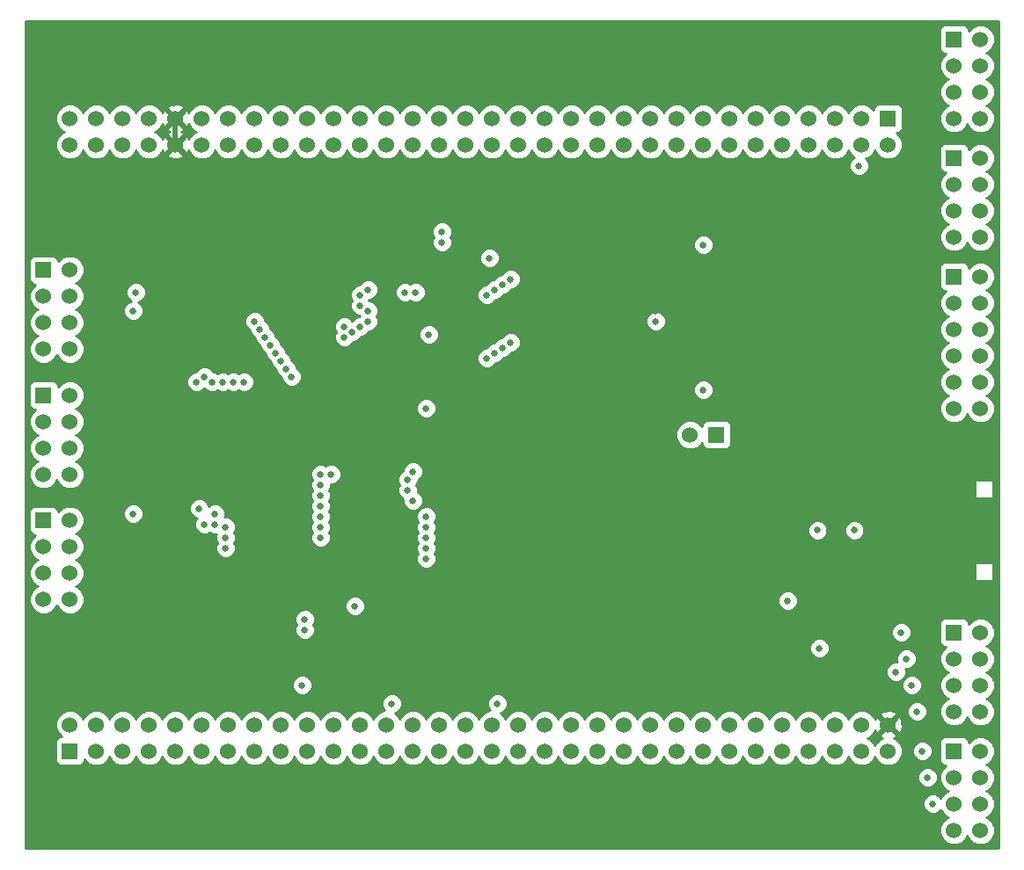
<source format=gbr>
G04 (created by PCBNEW-RS274X (2012-01-19 BZR 3256)-stable) date 13/09/2012 22:37:39*
G01*
G70*
G90*
%MOIN*%
G04 Gerber Fmt 3.4, Leading zero omitted, Abs format*
%FSLAX34Y34*%
G04 APERTURE LIST*
%ADD10C,0.006000*%
%ADD11R,0.060000X0.060000*%
%ADD12C,0.060000*%
%ADD13C,0.025000*%
%ADD14C,0.020000*%
%ADD15C,0.010000*%
G04 APERTURE END LIST*
G54D10*
G54D11*
X45500Y-16000D03*
G54D12*
X46500Y-16000D03*
X45500Y-17000D03*
X46500Y-17000D03*
X45500Y-18000D03*
X46500Y-18000D03*
X45500Y-19000D03*
X46500Y-19000D03*
X45500Y-20000D03*
X46500Y-20000D03*
X45500Y-21000D03*
X46500Y-21000D03*
G54D11*
X45500Y-11500D03*
G54D12*
X46500Y-11500D03*
X45500Y-12500D03*
X46500Y-12500D03*
X45500Y-13500D03*
X46500Y-13500D03*
X45500Y-14500D03*
X46500Y-14500D03*
G54D11*
X45500Y-07000D03*
G54D12*
X46500Y-07000D03*
X45500Y-08000D03*
X46500Y-08000D03*
X45500Y-09000D03*
X46500Y-09000D03*
X45500Y-10000D03*
X46500Y-10000D03*
G54D11*
X11000Y-25250D03*
G54D12*
X12000Y-25250D03*
X11000Y-26250D03*
X12000Y-26250D03*
X11000Y-27250D03*
X12000Y-27250D03*
X11000Y-28250D03*
X12000Y-28250D03*
G54D11*
X11000Y-20500D03*
G54D12*
X12000Y-20500D03*
X11000Y-21500D03*
X12000Y-21500D03*
X11000Y-22500D03*
X12000Y-22500D03*
X11000Y-23500D03*
X12000Y-23500D03*
G54D11*
X11000Y-15750D03*
G54D12*
X12000Y-15750D03*
X11000Y-16750D03*
X12000Y-16750D03*
X11000Y-17750D03*
X12000Y-17750D03*
X11000Y-18750D03*
X12000Y-18750D03*
G54D11*
X45500Y-34000D03*
G54D12*
X46500Y-34000D03*
X45500Y-35000D03*
X46500Y-35000D03*
X45500Y-36000D03*
X46500Y-36000D03*
X45500Y-37000D03*
X46500Y-37000D03*
G54D11*
X45500Y-29500D03*
G54D12*
X46500Y-29500D03*
X45500Y-30500D03*
X46500Y-30500D03*
X45500Y-31500D03*
X46500Y-31500D03*
X45500Y-32500D03*
X46500Y-32500D03*
G54D11*
X36500Y-22000D03*
G54D12*
X35500Y-22000D03*
G54D11*
X43000Y-10000D03*
G54D12*
X43000Y-11000D03*
X42000Y-10000D03*
X42000Y-11000D03*
X41000Y-10000D03*
X41000Y-11000D03*
X40000Y-10000D03*
X40000Y-11000D03*
X39000Y-10000D03*
X39000Y-11000D03*
X38000Y-10000D03*
X38000Y-11000D03*
X37000Y-10000D03*
X37000Y-11000D03*
X36000Y-10000D03*
X36000Y-11000D03*
X35000Y-10000D03*
X35000Y-11000D03*
X34000Y-10000D03*
X34000Y-11000D03*
X33000Y-10000D03*
X33000Y-11000D03*
X32000Y-10000D03*
X32000Y-11000D03*
X31000Y-10000D03*
X31000Y-11000D03*
X30000Y-10000D03*
X30000Y-11000D03*
X29000Y-10000D03*
X29000Y-11000D03*
X28000Y-10000D03*
X28000Y-11000D03*
X27000Y-10000D03*
X27000Y-11000D03*
X26000Y-10000D03*
X26000Y-11000D03*
X25000Y-10000D03*
X25000Y-11000D03*
X24000Y-10000D03*
X24000Y-11000D03*
X23000Y-10000D03*
X23000Y-11000D03*
X22000Y-10000D03*
X22000Y-11000D03*
X21000Y-10000D03*
X21000Y-11000D03*
X20000Y-10000D03*
X20000Y-11000D03*
X19000Y-10000D03*
X19000Y-11000D03*
X18000Y-10000D03*
X18000Y-11000D03*
X17000Y-10000D03*
X17000Y-11000D03*
X16000Y-10000D03*
X16000Y-11000D03*
X15000Y-10000D03*
X15000Y-11000D03*
X14000Y-10000D03*
X14000Y-11000D03*
X13000Y-10000D03*
X13000Y-11000D03*
X12000Y-10000D03*
X12000Y-11000D03*
G54D11*
X12000Y-34000D03*
G54D12*
X12000Y-33000D03*
X13000Y-34000D03*
X13000Y-33000D03*
X14000Y-34000D03*
X14000Y-33000D03*
X15000Y-34000D03*
X15000Y-33000D03*
X16000Y-34000D03*
X16000Y-33000D03*
X17000Y-34000D03*
X17000Y-33000D03*
X18000Y-34000D03*
X18000Y-33000D03*
X19000Y-34000D03*
X19000Y-33000D03*
X20000Y-34000D03*
X20000Y-33000D03*
X21000Y-34000D03*
X21000Y-33000D03*
X22000Y-34000D03*
X22000Y-33000D03*
X23000Y-34000D03*
X23000Y-33000D03*
X24000Y-34000D03*
X24000Y-33000D03*
X25000Y-34000D03*
X25000Y-33000D03*
X26000Y-34000D03*
X26000Y-33000D03*
X27000Y-34000D03*
X27000Y-33000D03*
X28000Y-34000D03*
X28000Y-33000D03*
X29000Y-34000D03*
X29000Y-33000D03*
X30000Y-34000D03*
X30000Y-33000D03*
X31000Y-34000D03*
X31000Y-33000D03*
X32000Y-34000D03*
X32000Y-33000D03*
X33000Y-34000D03*
X33000Y-33000D03*
X34000Y-34000D03*
X34000Y-33000D03*
X35000Y-34000D03*
X35000Y-33000D03*
X36000Y-34000D03*
X36000Y-33000D03*
X37000Y-34000D03*
X37000Y-33000D03*
X38000Y-34000D03*
X38000Y-33000D03*
X39000Y-34000D03*
X39000Y-33000D03*
X40000Y-34000D03*
X40000Y-33000D03*
X41000Y-34000D03*
X41000Y-33000D03*
X42000Y-34000D03*
X42000Y-33000D03*
X43000Y-34000D03*
X43000Y-33000D03*
G54D13*
X40400Y-30100D03*
X43300Y-31000D03*
X20900Y-29400D03*
X16800Y-20000D03*
X20800Y-31500D03*
X17100Y-19800D03*
X17900Y-26300D03*
X17400Y-20000D03*
X17800Y-20000D03*
X17900Y-25900D03*
X18200Y-20000D03*
X17900Y-25500D03*
X17500Y-25000D03*
X17500Y-25400D03*
X28700Y-16100D03*
X21500Y-25900D03*
X19000Y-17700D03*
X21500Y-25500D03*
X19200Y-18000D03*
X28400Y-16300D03*
X25500Y-25500D03*
X23000Y-17900D03*
X25500Y-25100D03*
X23300Y-17700D03*
X25000Y-24500D03*
X23300Y-17300D03*
X23000Y-17100D03*
X24800Y-24100D03*
X24800Y-23700D03*
X23000Y-16700D03*
X23300Y-16500D03*
X25000Y-23400D03*
X21500Y-25100D03*
X19400Y-18300D03*
X28100Y-16500D03*
X19600Y-18600D03*
X27800Y-16700D03*
X21500Y-24700D03*
X19800Y-18900D03*
X28700Y-18500D03*
X21500Y-24300D03*
X20000Y-19200D03*
X28400Y-18700D03*
X21500Y-23900D03*
X28100Y-18900D03*
X20200Y-19500D03*
X21500Y-23500D03*
X27800Y-19100D03*
X21900Y-23500D03*
X20400Y-19800D03*
X25500Y-26300D03*
X22400Y-18300D03*
X25500Y-25900D03*
X22700Y-18100D03*
X27900Y-15300D03*
X26100Y-14300D03*
X24700Y-16600D03*
X25500Y-26700D03*
X28200Y-32200D03*
X22400Y-17900D03*
X20900Y-29000D03*
X25100Y-16600D03*
X22800Y-28500D03*
X17100Y-25400D03*
X24200Y-32200D03*
X16900Y-24800D03*
X26100Y-14700D03*
X18600Y-20000D03*
X14500Y-16600D03*
X41900Y-11800D03*
X44700Y-36000D03*
X44500Y-35000D03*
X44300Y-34000D03*
X43900Y-31500D03*
X43700Y-30500D03*
X44100Y-32500D03*
X43500Y-29500D03*
X40325Y-25625D03*
X41725Y-25625D03*
X41700Y-26500D03*
X21000Y-19000D03*
X42500Y-20700D03*
X23400Y-31600D03*
X25600Y-17200D03*
X26100Y-23400D03*
X13900Y-29900D03*
X32400Y-15500D03*
X18700Y-16100D03*
X34200Y-17300D03*
X15100Y-18700D03*
X42100Y-28400D03*
X34200Y-17700D03*
X39200Y-28300D03*
X14400Y-17300D03*
X14400Y-25000D03*
X25500Y-21000D03*
X36000Y-20300D03*
X36000Y-14800D03*
X25600Y-18200D03*
G54D14*
X42100Y-32100D02*
X43000Y-33000D01*
X34200Y-17300D02*
X25700Y-17300D01*
X16000Y-10000D02*
X16000Y-11000D01*
X25600Y-17200D02*
X23800Y-19000D01*
X25700Y-17300D02*
X25600Y-17200D01*
X42500Y-20700D02*
X42500Y-25700D01*
X15100Y-18700D02*
X17700Y-16100D01*
X34200Y-17300D02*
X32400Y-15500D01*
X15100Y-18700D02*
X15100Y-28700D01*
X18700Y-13700D02*
X16000Y-11000D01*
X13900Y-29900D02*
X21700Y-29900D01*
X15100Y-28700D02*
X13900Y-29900D01*
X42100Y-26900D02*
X42100Y-28400D01*
X42500Y-25700D02*
X41700Y-26500D01*
X17700Y-16100D02*
X18700Y-16100D01*
X21000Y-18400D02*
X18700Y-16100D01*
X25000Y-22300D02*
X25000Y-17800D01*
X26100Y-23400D02*
X25000Y-22300D01*
X21700Y-29900D02*
X23400Y-31600D01*
X23800Y-19000D02*
X21000Y-19000D01*
X21000Y-18400D02*
X21000Y-19000D01*
X41700Y-26500D02*
X42100Y-26900D01*
X42100Y-28400D02*
X42100Y-32100D01*
X18700Y-13700D02*
X18700Y-16100D01*
X25000Y-17800D02*
X25600Y-17200D01*
G54D10*
G36*
X47175Y-37675D02*
X47049Y-37675D01*
X47049Y-37109D01*
X47049Y-36891D01*
X46999Y-36770D01*
X46965Y-36689D01*
X46811Y-36535D01*
X46726Y-36500D01*
X46811Y-36465D01*
X46965Y-36311D01*
X46999Y-36229D01*
X47049Y-36109D01*
X47049Y-35891D01*
X46999Y-35770D01*
X46965Y-35689D01*
X46811Y-35535D01*
X46726Y-35500D01*
X46811Y-35465D01*
X46965Y-35311D01*
X46999Y-35229D01*
X47049Y-35109D01*
X47049Y-34891D01*
X46999Y-34770D01*
X46965Y-34689D01*
X46811Y-34535D01*
X46726Y-34500D01*
X46811Y-34465D01*
X46965Y-34311D01*
X46999Y-34229D01*
X47049Y-34109D01*
X47049Y-33891D01*
X47049Y-32609D01*
X47049Y-32391D01*
X46999Y-32270D01*
X46965Y-32189D01*
X46811Y-32035D01*
X46726Y-32000D01*
X46811Y-31965D01*
X46965Y-31811D01*
X46999Y-31729D01*
X47049Y-31609D01*
X47049Y-31391D01*
X46999Y-31270D01*
X46965Y-31189D01*
X46811Y-31035D01*
X46726Y-31000D01*
X46811Y-30965D01*
X46965Y-30811D01*
X46999Y-30729D01*
X47049Y-30609D01*
X47049Y-30391D01*
X46999Y-30270D01*
X46965Y-30189D01*
X46811Y-30035D01*
X46726Y-30000D01*
X46811Y-29965D01*
X46965Y-29811D01*
X46999Y-29729D01*
X47049Y-29609D01*
X47049Y-29391D01*
X47049Y-21109D01*
X47049Y-20891D01*
X46965Y-20689D01*
X46811Y-20535D01*
X46726Y-20500D01*
X46811Y-20465D01*
X46965Y-20311D01*
X47049Y-20109D01*
X47049Y-19891D01*
X46965Y-19689D01*
X46811Y-19535D01*
X46726Y-19500D01*
X46811Y-19465D01*
X46965Y-19311D01*
X47049Y-19109D01*
X47049Y-18891D01*
X46965Y-18689D01*
X46811Y-18535D01*
X46726Y-18500D01*
X46811Y-18465D01*
X46965Y-18311D01*
X47049Y-18109D01*
X47049Y-17891D01*
X46965Y-17689D01*
X46811Y-17535D01*
X46726Y-17500D01*
X46811Y-17465D01*
X46965Y-17311D01*
X47049Y-17109D01*
X47049Y-16891D01*
X46965Y-16689D01*
X46811Y-16535D01*
X46726Y-16500D01*
X46811Y-16465D01*
X46965Y-16311D01*
X47049Y-16109D01*
X47049Y-15891D01*
X47049Y-14609D01*
X47049Y-14391D01*
X46965Y-14189D01*
X46811Y-14035D01*
X46726Y-14000D01*
X46811Y-13965D01*
X46965Y-13811D01*
X47049Y-13609D01*
X47049Y-13391D01*
X46965Y-13189D01*
X46811Y-13035D01*
X46726Y-13000D01*
X46811Y-12965D01*
X46965Y-12811D01*
X47049Y-12609D01*
X47049Y-12391D01*
X46965Y-12189D01*
X46811Y-12035D01*
X46726Y-12000D01*
X46811Y-11965D01*
X46965Y-11811D01*
X47049Y-11609D01*
X47049Y-11391D01*
X47049Y-10109D01*
X47049Y-09891D01*
X46965Y-09689D01*
X46811Y-09535D01*
X46726Y-09500D01*
X46811Y-09465D01*
X46965Y-09311D01*
X47049Y-09109D01*
X47049Y-08891D01*
X46965Y-08689D01*
X46811Y-08535D01*
X46726Y-08500D01*
X46811Y-08465D01*
X46965Y-08311D01*
X47049Y-08109D01*
X47049Y-07891D01*
X46965Y-07689D01*
X46811Y-07535D01*
X46726Y-07500D01*
X46811Y-07465D01*
X46965Y-07311D01*
X47049Y-07109D01*
X47049Y-06891D01*
X46965Y-06689D01*
X46811Y-06535D01*
X46609Y-06451D01*
X46391Y-06451D01*
X46189Y-06535D01*
X46049Y-06675D01*
X46049Y-06651D01*
X46011Y-06559D01*
X45941Y-06489D01*
X45850Y-06451D01*
X45751Y-06451D01*
X45151Y-06451D01*
X45059Y-06489D01*
X44989Y-06559D01*
X44951Y-06650D01*
X44951Y-06749D01*
X44951Y-07349D01*
X44989Y-07441D01*
X45059Y-07511D01*
X45150Y-07549D01*
X45175Y-07549D01*
X45035Y-07689D01*
X44951Y-07891D01*
X44951Y-08109D01*
X45035Y-08311D01*
X45189Y-08465D01*
X45273Y-08500D01*
X45189Y-08535D01*
X45035Y-08689D01*
X44951Y-08891D01*
X44951Y-09109D01*
X45035Y-09311D01*
X45189Y-09465D01*
X45273Y-09500D01*
X45189Y-09535D01*
X45035Y-09689D01*
X44951Y-09891D01*
X44951Y-10109D01*
X45035Y-10311D01*
X45189Y-10465D01*
X45391Y-10549D01*
X45609Y-10549D01*
X45811Y-10465D01*
X45965Y-10311D01*
X46000Y-10226D01*
X46035Y-10311D01*
X46189Y-10465D01*
X46391Y-10549D01*
X46609Y-10549D01*
X46811Y-10465D01*
X46965Y-10311D01*
X47049Y-10109D01*
X47049Y-11391D01*
X46965Y-11189D01*
X46811Y-11035D01*
X46609Y-10951D01*
X46391Y-10951D01*
X46189Y-11035D01*
X46049Y-11175D01*
X46049Y-11151D01*
X46011Y-11059D01*
X45941Y-10989D01*
X45850Y-10951D01*
X45751Y-10951D01*
X45151Y-10951D01*
X45059Y-10989D01*
X44989Y-11059D01*
X44951Y-11150D01*
X44951Y-11249D01*
X44951Y-11849D01*
X44989Y-11941D01*
X45059Y-12011D01*
X45150Y-12049D01*
X45175Y-12049D01*
X45035Y-12189D01*
X44951Y-12391D01*
X44951Y-12609D01*
X45035Y-12811D01*
X45189Y-12965D01*
X45273Y-13000D01*
X45189Y-13035D01*
X45035Y-13189D01*
X44951Y-13391D01*
X44951Y-13609D01*
X45035Y-13811D01*
X45189Y-13965D01*
X45273Y-14000D01*
X45189Y-14035D01*
X45035Y-14189D01*
X44951Y-14391D01*
X44951Y-14609D01*
X45035Y-14811D01*
X45189Y-14965D01*
X45391Y-15049D01*
X45609Y-15049D01*
X45811Y-14965D01*
X45965Y-14811D01*
X46000Y-14726D01*
X46035Y-14811D01*
X46189Y-14965D01*
X46391Y-15049D01*
X46609Y-15049D01*
X46811Y-14965D01*
X46965Y-14811D01*
X47049Y-14609D01*
X47049Y-15891D01*
X46965Y-15689D01*
X46811Y-15535D01*
X46609Y-15451D01*
X46391Y-15451D01*
X46189Y-15535D01*
X46049Y-15675D01*
X46049Y-15651D01*
X46011Y-15559D01*
X45941Y-15489D01*
X45850Y-15451D01*
X45751Y-15451D01*
X45151Y-15451D01*
X45059Y-15489D01*
X44989Y-15559D01*
X44951Y-15650D01*
X44951Y-15749D01*
X44951Y-16349D01*
X44989Y-16441D01*
X45059Y-16511D01*
X45150Y-16549D01*
X45175Y-16549D01*
X45035Y-16689D01*
X44951Y-16891D01*
X44951Y-17109D01*
X45035Y-17311D01*
X45189Y-17465D01*
X45273Y-17500D01*
X45189Y-17535D01*
X45035Y-17689D01*
X44951Y-17891D01*
X44951Y-18109D01*
X45035Y-18311D01*
X45189Y-18465D01*
X45273Y-18500D01*
X45189Y-18535D01*
X45035Y-18689D01*
X44951Y-18891D01*
X44951Y-19109D01*
X45035Y-19311D01*
X45189Y-19465D01*
X45273Y-19500D01*
X45189Y-19535D01*
X45035Y-19689D01*
X44951Y-19891D01*
X44951Y-20109D01*
X45035Y-20311D01*
X45189Y-20465D01*
X45273Y-20500D01*
X45189Y-20535D01*
X45035Y-20689D01*
X44951Y-20891D01*
X44951Y-21109D01*
X45035Y-21311D01*
X45189Y-21465D01*
X45391Y-21549D01*
X45609Y-21549D01*
X45811Y-21465D01*
X45965Y-21311D01*
X46000Y-21226D01*
X46035Y-21311D01*
X46189Y-21465D01*
X46391Y-21549D01*
X46609Y-21549D01*
X46811Y-21465D01*
X46965Y-21311D01*
X47049Y-21109D01*
X47049Y-29391D01*
X46999Y-29270D01*
X46999Y-27550D01*
X46999Y-26848D01*
X46999Y-24400D01*
X46999Y-23698D01*
X46293Y-23698D01*
X46293Y-24400D01*
X46999Y-24400D01*
X46999Y-26848D01*
X46293Y-26848D01*
X46293Y-27550D01*
X46999Y-27550D01*
X46999Y-29270D01*
X46965Y-29189D01*
X46811Y-29035D01*
X46609Y-28951D01*
X46391Y-28951D01*
X46189Y-29035D01*
X46049Y-29175D01*
X46049Y-29151D01*
X46011Y-29059D01*
X45941Y-28989D01*
X45850Y-28951D01*
X45751Y-28951D01*
X45151Y-28951D01*
X45059Y-28989D01*
X44989Y-29059D01*
X44951Y-29150D01*
X44951Y-29249D01*
X44951Y-29849D01*
X44989Y-29941D01*
X45059Y-30011D01*
X45150Y-30049D01*
X45175Y-30049D01*
X45035Y-30189D01*
X44951Y-30391D01*
X44951Y-30609D01*
X45035Y-30811D01*
X45189Y-30965D01*
X45273Y-31000D01*
X45189Y-31035D01*
X45035Y-31189D01*
X44951Y-31391D01*
X44951Y-31609D01*
X45035Y-31811D01*
X45189Y-31965D01*
X45273Y-32000D01*
X45189Y-32035D01*
X45035Y-32189D01*
X44951Y-32391D01*
X44951Y-32609D01*
X45035Y-32811D01*
X45189Y-32965D01*
X45391Y-33049D01*
X45609Y-33049D01*
X45811Y-32965D01*
X45965Y-32811D01*
X46000Y-32726D01*
X46035Y-32811D01*
X46189Y-32965D01*
X46391Y-33049D01*
X46609Y-33049D01*
X46811Y-32965D01*
X46965Y-32811D01*
X46999Y-32729D01*
X47049Y-32609D01*
X47049Y-33891D01*
X46999Y-33770D01*
X46965Y-33689D01*
X46811Y-33535D01*
X46609Y-33451D01*
X46391Y-33451D01*
X46189Y-33535D01*
X46049Y-33675D01*
X46049Y-33651D01*
X46011Y-33559D01*
X45941Y-33489D01*
X45850Y-33451D01*
X45751Y-33451D01*
X45151Y-33451D01*
X45059Y-33489D01*
X44989Y-33559D01*
X44951Y-33650D01*
X44951Y-33749D01*
X44951Y-34349D01*
X44989Y-34441D01*
X45059Y-34511D01*
X45150Y-34549D01*
X45175Y-34549D01*
X45035Y-34689D01*
X44951Y-34891D01*
X44951Y-35109D01*
X45035Y-35311D01*
X45189Y-35465D01*
X45273Y-35500D01*
X45189Y-35535D01*
X45035Y-35689D01*
X45000Y-35770D01*
X44913Y-35683D01*
X44875Y-35667D01*
X44875Y-35075D01*
X44875Y-34926D01*
X44818Y-34788D01*
X44713Y-34683D01*
X44675Y-34667D01*
X44675Y-34075D01*
X44675Y-33926D01*
X44618Y-33788D01*
X44513Y-33683D01*
X44475Y-33667D01*
X44475Y-32575D01*
X44475Y-32426D01*
X44418Y-32288D01*
X44313Y-32183D01*
X44275Y-32167D01*
X44275Y-31575D01*
X44275Y-31426D01*
X44218Y-31288D01*
X44113Y-31183D01*
X44075Y-31167D01*
X44075Y-30575D01*
X44075Y-30426D01*
X44018Y-30288D01*
X43913Y-30183D01*
X43875Y-30167D01*
X43875Y-29575D01*
X43875Y-29426D01*
X43818Y-29288D01*
X43713Y-29183D01*
X43575Y-29125D01*
X43549Y-29125D01*
X43549Y-11109D01*
X43549Y-10891D01*
X43465Y-10689D01*
X43325Y-10549D01*
X43349Y-10549D01*
X43441Y-10511D01*
X43511Y-10441D01*
X43549Y-10350D01*
X43549Y-10251D01*
X43549Y-09651D01*
X43511Y-09559D01*
X43441Y-09489D01*
X43350Y-09451D01*
X43251Y-09451D01*
X42651Y-09451D01*
X42559Y-09489D01*
X42489Y-09559D01*
X42451Y-09650D01*
X42451Y-09675D01*
X42311Y-09535D01*
X42109Y-09451D01*
X41891Y-09451D01*
X41689Y-09535D01*
X41535Y-09689D01*
X41500Y-09773D01*
X41465Y-09689D01*
X41311Y-09535D01*
X41109Y-09451D01*
X40891Y-09451D01*
X40689Y-09535D01*
X40535Y-09689D01*
X40500Y-09773D01*
X40465Y-09689D01*
X40311Y-09535D01*
X40109Y-09451D01*
X39891Y-09451D01*
X39689Y-09535D01*
X39535Y-09689D01*
X39500Y-09773D01*
X39465Y-09689D01*
X39311Y-09535D01*
X39109Y-09451D01*
X38891Y-09451D01*
X38689Y-09535D01*
X38535Y-09689D01*
X38500Y-09773D01*
X38465Y-09689D01*
X38311Y-09535D01*
X38109Y-09451D01*
X37891Y-09451D01*
X37689Y-09535D01*
X37535Y-09689D01*
X37500Y-09773D01*
X37465Y-09689D01*
X37311Y-09535D01*
X37109Y-09451D01*
X36891Y-09451D01*
X36689Y-09535D01*
X36535Y-09689D01*
X36500Y-09773D01*
X36465Y-09689D01*
X36311Y-09535D01*
X36109Y-09451D01*
X35891Y-09451D01*
X35689Y-09535D01*
X35535Y-09689D01*
X35500Y-09773D01*
X35465Y-09689D01*
X35311Y-09535D01*
X35109Y-09451D01*
X34891Y-09451D01*
X34689Y-09535D01*
X34535Y-09689D01*
X34500Y-09773D01*
X34465Y-09689D01*
X34311Y-09535D01*
X34109Y-09451D01*
X33891Y-09451D01*
X33689Y-09535D01*
X33535Y-09689D01*
X33500Y-09773D01*
X33465Y-09689D01*
X33311Y-09535D01*
X33109Y-09451D01*
X32891Y-09451D01*
X32689Y-09535D01*
X32535Y-09689D01*
X32500Y-09773D01*
X32465Y-09689D01*
X32311Y-09535D01*
X32109Y-09451D01*
X31891Y-09451D01*
X31689Y-09535D01*
X31535Y-09689D01*
X31500Y-09773D01*
X31465Y-09689D01*
X31311Y-09535D01*
X31109Y-09451D01*
X30891Y-09451D01*
X30689Y-09535D01*
X30535Y-09689D01*
X30500Y-09773D01*
X30465Y-09689D01*
X30311Y-09535D01*
X30109Y-09451D01*
X29891Y-09451D01*
X29689Y-09535D01*
X29535Y-09689D01*
X29500Y-09773D01*
X29465Y-09689D01*
X29311Y-09535D01*
X29109Y-09451D01*
X28891Y-09451D01*
X28689Y-09535D01*
X28535Y-09689D01*
X28500Y-09773D01*
X28465Y-09689D01*
X28311Y-09535D01*
X28109Y-09451D01*
X27891Y-09451D01*
X27689Y-09535D01*
X27535Y-09689D01*
X27500Y-09773D01*
X27465Y-09689D01*
X27311Y-09535D01*
X27109Y-09451D01*
X26891Y-09451D01*
X26689Y-09535D01*
X26535Y-09689D01*
X26500Y-09773D01*
X26465Y-09689D01*
X26311Y-09535D01*
X26109Y-09451D01*
X25891Y-09451D01*
X25689Y-09535D01*
X25535Y-09689D01*
X25500Y-09773D01*
X25465Y-09689D01*
X25311Y-09535D01*
X25109Y-09451D01*
X24891Y-09451D01*
X24689Y-09535D01*
X24535Y-09689D01*
X24500Y-09773D01*
X24465Y-09689D01*
X24311Y-09535D01*
X24109Y-09451D01*
X23891Y-09451D01*
X23689Y-09535D01*
X23535Y-09689D01*
X23500Y-09773D01*
X23465Y-09689D01*
X23311Y-09535D01*
X23109Y-09451D01*
X22891Y-09451D01*
X22689Y-09535D01*
X22535Y-09689D01*
X22500Y-09773D01*
X22465Y-09689D01*
X22311Y-09535D01*
X22109Y-09451D01*
X21891Y-09451D01*
X21689Y-09535D01*
X21535Y-09689D01*
X21500Y-09773D01*
X21465Y-09689D01*
X21311Y-09535D01*
X21109Y-09451D01*
X20891Y-09451D01*
X20689Y-09535D01*
X20535Y-09689D01*
X20500Y-09773D01*
X20465Y-09689D01*
X20311Y-09535D01*
X20109Y-09451D01*
X19891Y-09451D01*
X19689Y-09535D01*
X19535Y-09689D01*
X19500Y-09773D01*
X19465Y-09689D01*
X19311Y-09535D01*
X19109Y-09451D01*
X18891Y-09451D01*
X18689Y-09535D01*
X18535Y-09689D01*
X18500Y-09773D01*
X18465Y-09689D01*
X18311Y-09535D01*
X18109Y-09451D01*
X17891Y-09451D01*
X17689Y-09535D01*
X17535Y-09689D01*
X17500Y-09773D01*
X17465Y-09689D01*
X17311Y-09535D01*
X17109Y-09451D01*
X16891Y-09451D01*
X16689Y-09535D01*
X16535Y-09689D01*
X16497Y-09780D01*
X16472Y-09719D01*
X16378Y-09692D01*
X16308Y-09762D01*
X16308Y-09622D01*
X16281Y-09528D01*
X16079Y-09457D01*
X15866Y-09468D01*
X15719Y-09528D01*
X15692Y-09622D01*
X16000Y-09929D01*
X16308Y-09622D01*
X16308Y-09762D01*
X16071Y-10000D01*
X16378Y-10308D01*
X16472Y-10281D01*
X16495Y-10215D01*
X16535Y-10311D01*
X16689Y-10465D01*
X16773Y-10500D01*
X16689Y-10535D01*
X16535Y-10689D01*
X16497Y-10780D01*
X16472Y-10719D01*
X16378Y-10692D01*
X16308Y-10762D01*
X16308Y-10622D01*
X16281Y-10528D01*
X16207Y-10502D01*
X16281Y-10472D01*
X16308Y-10378D01*
X16000Y-10071D01*
X15692Y-10378D01*
X15719Y-10472D01*
X15792Y-10497D01*
X15719Y-10528D01*
X15692Y-10622D01*
X16000Y-10929D01*
X16308Y-10622D01*
X16308Y-10762D01*
X16071Y-11000D01*
X16378Y-11308D01*
X16472Y-11281D01*
X16495Y-11215D01*
X16535Y-11311D01*
X16689Y-11465D01*
X16891Y-11549D01*
X17109Y-11549D01*
X17311Y-11465D01*
X17465Y-11311D01*
X17500Y-11226D01*
X17535Y-11311D01*
X17689Y-11465D01*
X17891Y-11549D01*
X18109Y-11549D01*
X18311Y-11465D01*
X18465Y-11311D01*
X18500Y-11226D01*
X18535Y-11311D01*
X18689Y-11465D01*
X18891Y-11549D01*
X19109Y-11549D01*
X19311Y-11465D01*
X19465Y-11311D01*
X19500Y-11226D01*
X19535Y-11311D01*
X19689Y-11465D01*
X19891Y-11549D01*
X20109Y-11549D01*
X20311Y-11465D01*
X20465Y-11311D01*
X20500Y-11226D01*
X20535Y-11311D01*
X20689Y-11465D01*
X20891Y-11549D01*
X21109Y-11549D01*
X21311Y-11465D01*
X21465Y-11311D01*
X21500Y-11226D01*
X21535Y-11311D01*
X21689Y-11465D01*
X21891Y-11549D01*
X22109Y-11549D01*
X22311Y-11465D01*
X22465Y-11311D01*
X22500Y-11226D01*
X22535Y-11311D01*
X22689Y-11465D01*
X22891Y-11549D01*
X23109Y-11549D01*
X23311Y-11465D01*
X23465Y-11311D01*
X23500Y-11226D01*
X23535Y-11311D01*
X23689Y-11465D01*
X23891Y-11549D01*
X24109Y-11549D01*
X24311Y-11465D01*
X24465Y-11311D01*
X24500Y-11226D01*
X24535Y-11311D01*
X24689Y-11465D01*
X24891Y-11549D01*
X25109Y-11549D01*
X25311Y-11465D01*
X25465Y-11311D01*
X25500Y-11226D01*
X25535Y-11311D01*
X25689Y-11465D01*
X25891Y-11549D01*
X26109Y-11549D01*
X26311Y-11465D01*
X26465Y-11311D01*
X26500Y-11226D01*
X26535Y-11311D01*
X26689Y-11465D01*
X26891Y-11549D01*
X27109Y-11549D01*
X27311Y-11465D01*
X27465Y-11311D01*
X27500Y-11226D01*
X27535Y-11311D01*
X27689Y-11465D01*
X27891Y-11549D01*
X28109Y-11549D01*
X28311Y-11465D01*
X28465Y-11311D01*
X28500Y-11226D01*
X28535Y-11311D01*
X28689Y-11465D01*
X28891Y-11549D01*
X29109Y-11549D01*
X29311Y-11465D01*
X29465Y-11311D01*
X29500Y-11226D01*
X29535Y-11311D01*
X29689Y-11465D01*
X29891Y-11549D01*
X30109Y-11549D01*
X30311Y-11465D01*
X30465Y-11311D01*
X30500Y-11226D01*
X30535Y-11311D01*
X30689Y-11465D01*
X30891Y-11549D01*
X31109Y-11549D01*
X31311Y-11465D01*
X31465Y-11311D01*
X31500Y-11226D01*
X31535Y-11311D01*
X31689Y-11465D01*
X31891Y-11549D01*
X32109Y-11549D01*
X32311Y-11465D01*
X32465Y-11311D01*
X32500Y-11226D01*
X32535Y-11311D01*
X32689Y-11465D01*
X32891Y-11549D01*
X33109Y-11549D01*
X33311Y-11465D01*
X33465Y-11311D01*
X33500Y-11226D01*
X33535Y-11311D01*
X33689Y-11465D01*
X33891Y-11549D01*
X34109Y-11549D01*
X34311Y-11465D01*
X34465Y-11311D01*
X34500Y-11226D01*
X34535Y-11311D01*
X34689Y-11465D01*
X34891Y-11549D01*
X35109Y-11549D01*
X35311Y-11465D01*
X35465Y-11311D01*
X35500Y-11226D01*
X35535Y-11311D01*
X35689Y-11465D01*
X35891Y-11549D01*
X36109Y-11549D01*
X36311Y-11465D01*
X36465Y-11311D01*
X36500Y-11226D01*
X36535Y-11311D01*
X36689Y-11465D01*
X36891Y-11549D01*
X37109Y-11549D01*
X37311Y-11465D01*
X37465Y-11311D01*
X37500Y-11226D01*
X37535Y-11311D01*
X37689Y-11465D01*
X37891Y-11549D01*
X38109Y-11549D01*
X38311Y-11465D01*
X38465Y-11311D01*
X38500Y-11226D01*
X38535Y-11311D01*
X38689Y-11465D01*
X38891Y-11549D01*
X39109Y-11549D01*
X39311Y-11465D01*
X39465Y-11311D01*
X39500Y-11226D01*
X39535Y-11311D01*
X39689Y-11465D01*
X39891Y-11549D01*
X40109Y-11549D01*
X40311Y-11465D01*
X40465Y-11311D01*
X40500Y-11226D01*
X40535Y-11311D01*
X40689Y-11465D01*
X40891Y-11549D01*
X41109Y-11549D01*
X41311Y-11465D01*
X41465Y-11311D01*
X41500Y-11226D01*
X41535Y-11311D01*
X41689Y-11465D01*
X41709Y-11473D01*
X41688Y-11482D01*
X41583Y-11587D01*
X41525Y-11725D01*
X41525Y-11874D01*
X41582Y-12012D01*
X41687Y-12117D01*
X41825Y-12175D01*
X41974Y-12175D01*
X42112Y-12118D01*
X42217Y-12013D01*
X42275Y-11875D01*
X42275Y-11726D01*
X42218Y-11588D01*
X42158Y-11528D01*
X42311Y-11465D01*
X42465Y-11311D01*
X42500Y-11226D01*
X42535Y-11311D01*
X42689Y-11465D01*
X42891Y-11549D01*
X43109Y-11549D01*
X43311Y-11465D01*
X43465Y-11311D01*
X43549Y-11109D01*
X43549Y-29125D01*
X43426Y-29125D01*
X43288Y-29182D01*
X43183Y-29287D01*
X43125Y-29425D01*
X43125Y-29574D01*
X43182Y-29712D01*
X43287Y-29817D01*
X43425Y-29875D01*
X43574Y-29875D01*
X43712Y-29818D01*
X43817Y-29713D01*
X43875Y-29575D01*
X43875Y-30167D01*
X43775Y-30125D01*
X43626Y-30125D01*
X43488Y-30182D01*
X43383Y-30287D01*
X43325Y-30425D01*
X43325Y-30574D01*
X43346Y-30625D01*
X43226Y-30625D01*
X43088Y-30682D01*
X42983Y-30787D01*
X42925Y-30925D01*
X42925Y-31074D01*
X42982Y-31212D01*
X43087Y-31317D01*
X43225Y-31375D01*
X43374Y-31375D01*
X43512Y-31318D01*
X43617Y-31213D01*
X43675Y-31075D01*
X43675Y-30926D01*
X43653Y-30875D01*
X43774Y-30875D01*
X43912Y-30818D01*
X44017Y-30713D01*
X44075Y-30575D01*
X44075Y-31167D01*
X43975Y-31125D01*
X43826Y-31125D01*
X43688Y-31182D01*
X43583Y-31287D01*
X43525Y-31425D01*
X43525Y-31574D01*
X43582Y-31712D01*
X43687Y-31817D01*
X43825Y-31875D01*
X43974Y-31875D01*
X44112Y-31818D01*
X44217Y-31713D01*
X44275Y-31575D01*
X44275Y-32167D01*
X44175Y-32125D01*
X44026Y-32125D01*
X43888Y-32182D01*
X43783Y-32287D01*
X43725Y-32425D01*
X43725Y-32574D01*
X43782Y-32712D01*
X43887Y-32817D01*
X44025Y-32875D01*
X44174Y-32875D01*
X44312Y-32818D01*
X44417Y-32713D01*
X44475Y-32575D01*
X44475Y-33667D01*
X44375Y-33625D01*
X44226Y-33625D01*
X44088Y-33682D01*
X43983Y-33787D01*
X43925Y-33925D01*
X43925Y-34074D01*
X43982Y-34212D01*
X44087Y-34317D01*
X44225Y-34375D01*
X44374Y-34375D01*
X44512Y-34318D01*
X44617Y-34213D01*
X44675Y-34075D01*
X44675Y-34667D01*
X44575Y-34625D01*
X44426Y-34625D01*
X44288Y-34682D01*
X44183Y-34787D01*
X44125Y-34925D01*
X44125Y-35074D01*
X44182Y-35212D01*
X44287Y-35317D01*
X44425Y-35375D01*
X44574Y-35375D01*
X44712Y-35318D01*
X44817Y-35213D01*
X44875Y-35075D01*
X44875Y-35667D01*
X44775Y-35625D01*
X44626Y-35625D01*
X44488Y-35682D01*
X44383Y-35787D01*
X44325Y-35925D01*
X44325Y-36074D01*
X44382Y-36212D01*
X44487Y-36317D01*
X44625Y-36375D01*
X44774Y-36375D01*
X44912Y-36318D01*
X45000Y-36229D01*
X45035Y-36311D01*
X45189Y-36465D01*
X45273Y-36500D01*
X45189Y-36535D01*
X45035Y-36689D01*
X44951Y-36891D01*
X44951Y-37109D01*
X45035Y-37311D01*
X45189Y-37465D01*
X45391Y-37549D01*
X45609Y-37549D01*
X45811Y-37465D01*
X45965Y-37311D01*
X46000Y-37226D01*
X46035Y-37311D01*
X46189Y-37465D01*
X46391Y-37549D01*
X46609Y-37549D01*
X46811Y-37465D01*
X46965Y-37311D01*
X46999Y-37229D01*
X47049Y-37109D01*
X47049Y-37675D01*
X46999Y-37675D01*
X43549Y-37675D01*
X43549Y-34109D01*
X43549Y-33891D01*
X43543Y-33876D01*
X43543Y-33079D01*
X43532Y-32866D01*
X43472Y-32719D01*
X43378Y-32692D01*
X43308Y-32762D01*
X43308Y-32622D01*
X43281Y-32528D01*
X43079Y-32457D01*
X42866Y-32468D01*
X42719Y-32528D01*
X42692Y-32622D01*
X43000Y-32929D01*
X43308Y-32622D01*
X43308Y-32762D01*
X43071Y-33000D01*
X43378Y-33308D01*
X43472Y-33281D01*
X43543Y-33079D01*
X43543Y-33876D01*
X43465Y-33689D01*
X43311Y-33535D01*
X43219Y-33497D01*
X43281Y-33472D01*
X43308Y-33378D01*
X43000Y-33071D01*
X42692Y-33378D01*
X42719Y-33472D01*
X42784Y-33495D01*
X42689Y-33535D01*
X42535Y-33689D01*
X42500Y-33773D01*
X42465Y-33689D01*
X42311Y-33535D01*
X42226Y-33500D01*
X42311Y-33465D01*
X42465Y-33311D01*
X42502Y-33219D01*
X42528Y-33281D01*
X42622Y-33308D01*
X42929Y-33000D01*
X42622Y-32692D01*
X42528Y-32719D01*
X42504Y-32784D01*
X42465Y-32689D01*
X42311Y-32535D01*
X42109Y-32451D01*
X42100Y-32451D01*
X42100Y-25700D01*
X42100Y-25551D01*
X42043Y-25413D01*
X41938Y-25308D01*
X41800Y-25250D01*
X41651Y-25250D01*
X41513Y-25307D01*
X41408Y-25412D01*
X41350Y-25550D01*
X41350Y-25699D01*
X41407Y-25837D01*
X41512Y-25942D01*
X41650Y-26000D01*
X41799Y-26000D01*
X41937Y-25943D01*
X42042Y-25838D01*
X42100Y-25700D01*
X42100Y-32451D01*
X41891Y-32451D01*
X41689Y-32535D01*
X41535Y-32689D01*
X41500Y-32773D01*
X41465Y-32689D01*
X41311Y-32535D01*
X41109Y-32451D01*
X40891Y-32451D01*
X40775Y-32499D01*
X40775Y-30175D01*
X40775Y-30026D01*
X40718Y-29888D01*
X40700Y-29870D01*
X40700Y-25700D01*
X40700Y-25551D01*
X40643Y-25413D01*
X40538Y-25308D01*
X40400Y-25250D01*
X40251Y-25250D01*
X40113Y-25307D01*
X40008Y-25412D01*
X39950Y-25550D01*
X39950Y-25699D01*
X40007Y-25837D01*
X40112Y-25942D01*
X40250Y-26000D01*
X40399Y-26000D01*
X40537Y-25943D01*
X40642Y-25838D01*
X40700Y-25700D01*
X40700Y-29870D01*
X40613Y-29783D01*
X40475Y-29725D01*
X40326Y-29725D01*
X40188Y-29782D01*
X40083Y-29887D01*
X40025Y-30025D01*
X40025Y-30174D01*
X40082Y-30312D01*
X40187Y-30417D01*
X40325Y-30475D01*
X40474Y-30475D01*
X40612Y-30418D01*
X40717Y-30313D01*
X40775Y-30175D01*
X40775Y-32499D01*
X40689Y-32535D01*
X40535Y-32689D01*
X40500Y-32773D01*
X40465Y-32689D01*
X40311Y-32535D01*
X40109Y-32451D01*
X39891Y-32451D01*
X39689Y-32535D01*
X39575Y-32649D01*
X39575Y-28375D01*
X39575Y-28226D01*
X39518Y-28088D01*
X39413Y-27983D01*
X39275Y-27925D01*
X39126Y-27925D01*
X38988Y-27982D01*
X38883Y-28087D01*
X38825Y-28225D01*
X38825Y-28374D01*
X38882Y-28512D01*
X38987Y-28617D01*
X39125Y-28675D01*
X39274Y-28675D01*
X39412Y-28618D01*
X39517Y-28513D01*
X39575Y-28375D01*
X39575Y-32649D01*
X39535Y-32689D01*
X39500Y-32773D01*
X39465Y-32689D01*
X39311Y-32535D01*
X39109Y-32451D01*
X38891Y-32451D01*
X38689Y-32535D01*
X38535Y-32689D01*
X38500Y-32773D01*
X38465Y-32689D01*
X38311Y-32535D01*
X38109Y-32451D01*
X37891Y-32451D01*
X37689Y-32535D01*
X37535Y-32689D01*
X37500Y-32773D01*
X37465Y-32689D01*
X37311Y-32535D01*
X37109Y-32451D01*
X37049Y-32451D01*
X37049Y-22350D01*
X37049Y-22251D01*
X37049Y-21651D01*
X37011Y-21559D01*
X36941Y-21489D01*
X36850Y-21451D01*
X36751Y-21451D01*
X36375Y-21451D01*
X36375Y-20375D01*
X36375Y-20226D01*
X36375Y-14875D01*
X36375Y-14726D01*
X36318Y-14588D01*
X36213Y-14483D01*
X36075Y-14425D01*
X35926Y-14425D01*
X35788Y-14482D01*
X35683Y-14587D01*
X35625Y-14725D01*
X35625Y-14874D01*
X35682Y-15012D01*
X35787Y-15117D01*
X35925Y-15175D01*
X36074Y-15175D01*
X36212Y-15118D01*
X36317Y-15013D01*
X36375Y-14875D01*
X36375Y-20226D01*
X36318Y-20088D01*
X36213Y-19983D01*
X36075Y-19925D01*
X35926Y-19925D01*
X35788Y-19982D01*
X35683Y-20087D01*
X35625Y-20225D01*
X35625Y-20374D01*
X35682Y-20512D01*
X35787Y-20617D01*
X35925Y-20675D01*
X36074Y-20675D01*
X36212Y-20618D01*
X36317Y-20513D01*
X36375Y-20375D01*
X36375Y-21451D01*
X36151Y-21451D01*
X36059Y-21489D01*
X35989Y-21559D01*
X35951Y-21650D01*
X35951Y-21675D01*
X35811Y-21535D01*
X35609Y-21451D01*
X35391Y-21451D01*
X35189Y-21535D01*
X35035Y-21689D01*
X34951Y-21891D01*
X34951Y-22109D01*
X35035Y-22311D01*
X35189Y-22465D01*
X35391Y-22549D01*
X35609Y-22549D01*
X35811Y-22465D01*
X35951Y-22325D01*
X35951Y-22349D01*
X35989Y-22441D01*
X36059Y-22511D01*
X36150Y-22549D01*
X36249Y-22549D01*
X36849Y-22549D01*
X36941Y-22511D01*
X37011Y-22441D01*
X37049Y-22350D01*
X37049Y-32451D01*
X36891Y-32451D01*
X36689Y-32535D01*
X36535Y-32689D01*
X36500Y-32773D01*
X36465Y-32689D01*
X36311Y-32535D01*
X36109Y-32451D01*
X35891Y-32451D01*
X35689Y-32535D01*
X35535Y-32689D01*
X35500Y-32773D01*
X35465Y-32689D01*
X35311Y-32535D01*
X35109Y-32451D01*
X34891Y-32451D01*
X34689Y-32535D01*
X34575Y-32649D01*
X34575Y-17775D01*
X34575Y-17626D01*
X34518Y-17488D01*
X34413Y-17383D01*
X34275Y-17325D01*
X34126Y-17325D01*
X33988Y-17382D01*
X33883Y-17487D01*
X33825Y-17625D01*
X33825Y-17774D01*
X33882Y-17912D01*
X33987Y-18017D01*
X34125Y-18075D01*
X34274Y-18075D01*
X34412Y-18018D01*
X34517Y-17913D01*
X34575Y-17775D01*
X34575Y-32649D01*
X34535Y-32689D01*
X34500Y-32773D01*
X34465Y-32689D01*
X34311Y-32535D01*
X34109Y-32451D01*
X33891Y-32451D01*
X33689Y-32535D01*
X33535Y-32689D01*
X33500Y-32773D01*
X33465Y-32689D01*
X33311Y-32535D01*
X33109Y-32451D01*
X32891Y-32451D01*
X32689Y-32535D01*
X32535Y-32689D01*
X32500Y-32773D01*
X32465Y-32689D01*
X32311Y-32535D01*
X32109Y-32451D01*
X31891Y-32451D01*
X31689Y-32535D01*
X31535Y-32689D01*
X31500Y-32773D01*
X31465Y-32689D01*
X31311Y-32535D01*
X31109Y-32451D01*
X30891Y-32451D01*
X30689Y-32535D01*
X30535Y-32689D01*
X30500Y-32773D01*
X30465Y-32689D01*
X30311Y-32535D01*
X30109Y-32451D01*
X29891Y-32451D01*
X29689Y-32535D01*
X29535Y-32689D01*
X29500Y-32773D01*
X29465Y-32689D01*
X29311Y-32535D01*
X29109Y-32451D01*
X29075Y-32451D01*
X29075Y-18575D01*
X29075Y-18426D01*
X29075Y-16175D01*
X29075Y-16026D01*
X29018Y-15888D01*
X28913Y-15783D01*
X28775Y-15725D01*
X28626Y-15725D01*
X28488Y-15782D01*
X28383Y-15887D01*
X28367Y-15925D01*
X28326Y-15925D01*
X28275Y-15946D01*
X28275Y-15375D01*
X28275Y-15226D01*
X28218Y-15088D01*
X28113Y-14983D01*
X27975Y-14925D01*
X27826Y-14925D01*
X27688Y-14982D01*
X27583Y-15087D01*
X27525Y-15225D01*
X27525Y-15374D01*
X27582Y-15512D01*
X27687Y-15617D01*
X27825Y-15675D01*
X27974Y-15675D01*
X28112Y-15618D01*
X28217Y-15513D01*
X28275Y-15375D01*
X28275Y-15946D01*
X28188Y-15982D01*
X28083Y-16087D01*
X28067Y-16125D01*
X28026Y-16125D01*
X27888Y-16182D01*
X27783Y-16287D01*
X27767Y-16325D01*
X27726Y-16325D01*
X27588Y-16382D01*
X27483Y-16487D01*
X27425Y-16625D01*
X27425Y-16774D01*
X27482Y-16912D01*
X27587Y-17017D01*
X27725Y-17075D01*
X27874Y-17075D01*
X28012Y-17018D01*
X28117Y-16913D01*
X28132Y-16875D01*
X28174Y-16875D01*
X28312Y-16818D01*
X28417Y-16713D01*
X28432Y-16675D01*
X28474Y-16675D01*
X28612Y-16618D01*
X28717Y-16513D01*
X28732Y-16475D01*
X28774Y-16475D01*
X28912Y-16418D01*
X29017Y-16313D01*
X29075Y-16175D01*
X29075Y-18426D01*
X29018Y-18288D01*
X28913Y-18183D01*
X28775Y-18125D01*
X28626Y-18125D01*
X28488Y-18182D01*
X28383Y-18287D01*
X28367Y-18325D01*
X28326Y-18325D01*
X28188Y-18382D01*
X28083Y-18487D01*
X28067Y-18525D01*
X28026Y-18525D01*
X27888Y-18582D01*
X27783Y-18687D01*
X27767Y-18725D01*
X27726Y-18725D01*
X27588Y-18782D01*
X27483Y-18887D01*
X27425Y-19025D01*
X27425Y-19174D01*
X27482Y-19312D01*
X27587Y-19417D01*
X27725Y-19475D01*
X27874Y-19475D01*
X28012Y-19418D01*
X28117Y-19313D01*
X28132Y-19275D01*
X28174Y-19275D01*
X28312Y-19218D01*
X28417Y-19113D01*
X28432Y-19075D01*
X28474Y-19075D01*
X28612Y-19018D01*
X28717Y-18913D01*
X28732Y-18875D01*
X28774Y-18875D01*
X28912Y-18818D01*
X29017Y-18713D01*
X29075Y-18575D01*
X29075Y-32451D01*
X28891Y-32451D01*
X28689Y-32535D01*
X28535Y-32689D01*
X28500Y-32773D01*
X28465Y-32689D01*
X28328Y-32552D01*
X28412Y-32518D01*
X28517Y-32413D01*
X28575Y-32275D01*
X28575Y-32126D01*
X28518Y-31988D01*
X28413Y-31883D01*
X28275Y-31825D01*
X28126Y-31825D01*
X27988Y-31882D01*
X27883Y-31987D01*
X27825Y-32125D01*
X27825Y-32274D01*
X27882Y-32412D01*
X27921Y-32451D01*
X27891Y-32451D01*
X27689Y-32535D01*
X27535Y-32689D01*
X27500Y-32773D01*
X27465Y-32689D01*
X27311Y-32535D01*
X27109Y-32451D01*
X26891Y-32451D01*
X26689Y-32535D01*
X26535Y-32689D01*
X26500Y-32773D01*
X26475Y-32713D01*
X26475Y-14775D01*
X26475Y-14626D01*
X26422Y-14499D01*
X26475Y-14375D01*
X26475Y-14226D01*
X26418Y-14088D01*
X26313Y-13983D01*
X26175Y-13925D01*
X26026Y-13925D01*
X25888Y-13982D01*
X25783Y-14087D01*
X25725Y-14225D01*
X25725Y-14374D01*
X25777Y-14500D01*
X25725Y-14625D01*
X25725Y-14774D01*
X25782Y-14912D01*
X25887Y-15017D01*
X26025Y-15075D01*
X26174Y-15075D01*
X26312Y-15018D01*
X26417Y-14913D01*
X26475Y-14775D01*
X26475Y-32713D01*
X26465Y-32689D01*
X26311Y-32535D01*
X26109Y-32451D01*
X25975Y-32451D01*
X25975Y-18275D01*
X25975Y-18126D01*
X25918Y-17988D01*
X25813Y-17883D01*
X25675Y-17825D01*
X25526Y-17825D01*
X25475Y-17846D01*
X25475Y-16675D01*
X25475Y-16526D01*
X25418Y-16388D01*
X25313Y-16283D01*
X25175Y-16225D01*
X25026Y-16225D01*
X24899Y-16277D01*
X24775Y-16225D01*
X24626Y-16225D01*
X24488Y-16282D01*
X24383Y-16387D01*
X24325Y-16525D01*
X24325Y-16674D01*
X24382Y-16812D01*
X24487Y-16917D01*
X24625Y-16975D01*
X24774Y-16975D01*
X24900Y-16922D01*
X25025Y-16975D01*
X25174Y-16975D01*
X25312Y-16918D01*
X25417Y-16813D01*
X25475Y-16675D01*
X25475Y-17846D01*
X25388Y-17882D01*
X25283Y-17987D01*
X25225Y-18125D01*
X25225Y-18274D01*
X25282Y-18412D01*
X25387Y-18517D01*
X25525Y-18575D01*
X25674Y-18575D01*
X25812Y-18518D01*
X25917Y-18413D01*
X25975Y-18275D01*
X25975Y-32451D01*
X25891Y-32451D01*
X25875Y-32457D01*
X25875Y-26775D01*
X25875Y-26626D01*
X25822Y-26499D01*
X25875Y-26375D01*
X25875Y-26226D01*
X25822Y-26099D01*
X25875Y-25975D01*
X25875Y-25826D01*
X25822Y-25699D01*
X25875Y-25575D01*
X25875Y-25426D01*
X25822Y-25299D01*
X25875Y-25175D01*
X25875Y-25026D01*
X25875Y-21075D01*
X25875Y-20926D01*
X25818Y-20788D01*
X25713Y-20683D01*
X25575Y-20625D01*
X25426Y-20625D01*
X25288Y-20682D01*
X25183Y-20787D01*
X25125Y-20925D01*
X25125Y-21074D01*
X25182Y-21212D01*
X25287Y-21317D01*
X25425Y-21375D01*
X25574Y-21375D01*
X25712Y-21318D01*
X25817Y-21213D01*
X25875Y-21075D01*
X25875Y-25026D01*
X25818Y-24888D01*
X25713Y-24783D01*
X25575Y-24725D01*
X25426Y-24725D01*
X25375Y-24746D01*
X25375Y-24575D01*
X25375Y-24426D01*
X25318Y-24288D01*
X25213Y-24183D01*
X25175Y-24167D01*
X25175Y-24026D01*
X25122Y-23899D01*
X25175Y-23775D01*
X25175Y-23733D01*
X25212Y-23718D01*
X25317Y-23613D01*
X25375Y-23475D01*
X25375Y-23326D01*
X25318Y-23188D01*
X25213Y-23083D01*
X25075Y-23025D01*
X24926Y-23025D01*
X24788Y-23082D01*
X24683Y-23187D01*
X24625Y-23325D01*
X24625Y-23366D01*
X24588Y-23382D01*
X24483Y-23487D01*
X24425Y-23625D01*
X24425Y-23774D01*
X24477Y-23900D01*
X24425Y-24025D01*
X24425Y-24174D01*
X24482Y-24312D01*
X24587Y-24417D01*
X24625Y-24432D01*
X24625Y-24574D01*
X24682Y-24712D01*
X24787Y-24817D01*
X24925Y-24875D01*
X25074Y-24875D01*
X25212Y-24818D01*
X25317Y-24713D01*
X25375Y-24575D01*
X25375Y-24746D01*
X25288Y-24782D01*
X25183Y-24887D01*
X25125Y-25025D01*
X25125Y-25174D01*
X25177Y-25300D01*
X25125Y-25425D01*
X25125Y-25574D01*
X25177Y-25700D01*
X25125Y-25825D01*
X25125Y-25974D01*
X25177Y-26100D01*
X25125Y-26225D01*
X25125Y-26374D01*
X25177Y-26500D01*
X25125Y-26625D01*
X25125Y-26774D01*
X25182Y-26912D01*
X25287Y-27017D01*
X25425Y-27075D01*
X25574Y-27075D01*
X25712Y-27018D01*
X25817Y-26913D01*
X25875Y-26775D01*
X25875Y-32457D01*
X25689Y-32535D01*
X25535Y-32689D01*
X25500Y-32773D01*
X25465Y-32689D01*
X25311Y-32535D01*
X25109Y-32451D01*
X24891Y-32451D01*
X24689Y-32535D01*
X24535Y-32689D01*
X24500Y-32773D01*
X24465Y-32689D01*
X24328Y-32552D01*
X24412Y-32518D01*
X24517Y-32413D01*
X24575Y-32275D01*
X24575Y-32126D01*
X24518Y-31988D01*
X24413Y-31883D01*
X24275Y-31825D01*
X24126Y-31825D01*
X23988Y-31882D01*
X23883Y-31987D01*
X23825Y-32125D01*
X23825Y-32274D01*
X23882Y-32412D01*
X23921Y-32451D01*
X23891Y-32451D01*
X23689Y-32535D01*
X23675Y-32549D01*
X23675Y-17775D01*
X23675Y-17626D01*
X23622Y-17499D01*
X23675Y-17375D01*
X23675Y-17226D01*
X23618Y-17088D01*
X23513Y-16983D01*
X23375Y-16925D01*
X23333Y-16925D01*
X23322Y-16899D01*
X23332Y-16875D01*
X23374Y-16875D01*
X23512Y-16818D01*
X23617Y-16713D01*
X23675Y-16575D01*
X23675Y-16426D01*
X23618Y-16288D01*
X23513Y-16183D01*
X23375Y-16125D01*
X23226Y-16125D01*
X23088Y-16182D01*
X22983Y-16287D01*
X22967Y-16325D01*
X22926Y-16325D01*
X22788Y-16382D01*
X22683Y-16487D01*
X22625Y-16625D01*
X22625Y-16774D01*
X22677Y-16900D01*
X22625Y-17025D01*
X22625Y-17174D01*
X22682Y-17312D01*
X22787Y-17417D01*
X22925Y-17475D01*
X22966Y-17475D01*
X22977Y-17500D01*
X22967Y-17525D01*
X22926Y-17525D01*
X22788Y-17582D01*
X22700Y-17670D01*
X22613Y-17583D01*
X22475Y-17525D01*
X22326Y-17525D01*
X22188Y-17582D01*
X22083Y-17687D01*
X22025Y-17825D01*
X22025Y-17974D01*
X22077Y-18100D01*
X22025Y-18225D01*
X22025Y-18374D01*
X22082Y-18512D01*
X22187Y-18617D01*
X22325Y-18675D01*
X22474Y-18675D01*
X22612Y-18618D01*
X22717Y-18513D01*
X22732Y-18475D01*
X22774Y-18475D01*
X22912Y-18418D01*
X23017Y-18313D01*
X23032Y-18275D01*
X23074Y-18275D01*
X23212Y-18218D01*
X23317Y-18113D01*
X23332Y-18075D01*
X23374Y-18075D01*
X23512Y-18018D01*
X23617Y-17913D01*
X23675Y-17775D01*
X23675Y-32549D01*
X23535Y-32689D01*
X23500Y-32773D01*
X23465Y-32689D01*
X23311Y-32535D01*
X23175Y-32478D01*
X23175Y-28575D01*
X23175Y-28426D01*
X23118Y-28288D01*
X23013Y-28183D01*
X22875Y-28125D01*
X22726Y-28125D01*
X22588Y-28182D01*
X22483Y-28287D01*
X22425Y-28425D01*
X22425Y-28574D01*
X22482Y-28712D01*
X22587Y-28817D01*
X22725Y-28875D01*
X22874Y-28875D01*
X23012Y-28818D01*
X23117Y-28713D01*
X23175Y-28575D01*
X23175Y-32478D01*
X23109Y-32451D01*
X22891Y-32451D01*
X22689Y-32535D01*
X22535Y-32689D01*
X22500Y-32773D01*
X22465Y-32689D01*
X22311Y-32535D01*
X22275Y-32520D01*
X22275Y-23575D01*
X22275Y-23426D01*
X22218Y-23288D01*
X22113Y-23183D01*
X21975Y-23125D01*
X21826Y-23125D01*
X21699Y-23177D01*
X21575Y-23125D01*
X21426Y-23125D01*
X21288Y-23182D01*
X21183Y-23287D01*
X21125Y-23425D01*
X21125Y-23574D01*
X21177Y-23700D01*
X21125Y-23825D01*
X21125Y-23974D01*
X21177Y-24100D01*
X21125Y-24225D01*
X21125Y-24374D01*
X21177Y-24500D01*
X21125Y-24625D01*
X21125Y-24774D01*
X21177Y-24900D01*
X21125Y-25025D01*
X21125Y-25174D01*
X21177Y-25300D01*
X21125Y-25425D01*
X21125Y-25574D01*
X21177Y-25700D01*
X21125Y-25825D01*
X21125Y-25974D01*
X21182Y-26112D01*
X21287Y-26217D01*
X21425Y-26275D01*
X21574Y-26275D01*
X21712Y-26218D01*
X21817Y-26113D01*
X21875Y-25975D01*
X21875Y-25826D01*
X21822Y-25699D01*
X21875Y-25575D01*
X21875Y-25426D01*
X21822Y-25299D01*
X21875Y-25175D01*
X21875Y-25026D01*
X21822Y-24899D01*
X21875Y-24775D01*
X21875Y-24626D01*
X21822Y-24499D01*
X21875Y-24375D01*
X21875Y-24226D01*
X21822Y-24099D01*
X21875Y-23975D01*
X21875Y-23875D01*
X21974Y-23875D01*
X22112Y-23818D01*
X22217Y-23713D01*
X22275Y-23575D01*
X22275Y-32520D01*
X22109Y-32451D01*
X21891Y-32451D01*
X21689Y-32535D01*
X21535Y-32689D01*
X21500Y-32773D01*
X21465Y-32689D01*
X21311Y-32535D01*
X21275Y-32520D01*
X21275Y-29475D01*
X21275Y-29326D01*
X21222Y-29199D01*
X21275Y-29075D01*
X21275Y-28926D01*
X21218Y-28788D01*
X21113Y-28683D01*
X20975Y-28625D01*
X20826Y-28625D01*
X20775Y-28646D01*
X20775Y-19875D01*
X20775Y-19726D01*
X20718Y-19588D01*
X20613Y-19483D01*
X20575Y-19467D01*
X20575Y-19426D01*
X20518Y-19288D01*
X20413Y-19183D01*
X20375Y-19167D01*
X20375Y-19126D01*
X20318Y-18988D01*
X20213Y-18883D01*
X20175Y-18867D01*
X20175Y-18826D01*
X20118Y-18688D01*
X20013Y-18583D01*
X19975Y-18567D01*
X19975Y-18526D01*
X19918Y-18388D01*
X19813Y-18283D01*
X19775Y-18267D01*
X19775Y-18226D01*
X19718Y-18088D01*
X19613Y-17983D01*
X19575Y-17967D01*
X19575Y-17926D01*
X19518Y-17788D01*
X19413Y-17683D01*
X19375Y-17667D01*
X19375Y-17626D01*
X19318Y-17488D01*
X19213Y-17383D01*
X19075Y-17325D01*
X18926Y-17325D01*
X18788Y-17382D01*
X18683Y-17487D01*
X18625Y-17625D01*
X18625Y-17774D01*
X18682Y-17912D01*
X18787Y-18017D01*
X18825Y-18032D01*
X18825Y-18074D01*
X18882Y-18212D01*
X18987Y-18317D01*
X19025Y-18332D01*
X19025Y-18374D01*
X19082Y-18512D01*
X19187Y-18617D01*
X19225Y-18632D01*
X19225Y-18674D01*
X19282Y-18812D01*
X19387Y-18917D01*
X19425Y-18932D01*
X19425Y-18974D01*
X19482Y-19112D01*
X19587Y-19217D01*
X19625Y-19232D01*
X19625Y-19274D01*
X19682Y-19412D01*
X19787Y-19517D01*
X19825Y-19532D01*
X19825Y-19574D01*
X19882Y-19712D01*
X19987Y-19817D01*
X20025Y-19832D01*
X20025Y-19874D01*
X20082Y-20012D01*
X20187Y-20117D01*
X20325Y-20175D01*
X20474Y-20175D01*
X20612Y-20118D01*
X20717Y-20013D01*
X20775Y-19875D01*
X20775Y-28646D01*
X20688Y-28682D01*
X20583Y-28787D01*
X20525Y-28925D01*
X20525Y-29074D01*
X20577Y-29200D01*
X20525Y-29325D01*
X20525Y-29474D01*
X20582Y-29612D01*
X20687Y-29717D01*
X20825Y-29775D01*
X20974Y-29775D01*
X21112Y-29718D01*
X21217Y-29613D01*
X21275Y-29475D01*
X21275Y-32520D01*
X21175Y-32478D01*
X21175Y-31575D01*
X21175Y-31426D01*
X21118Y-31288D01*
X21013Y-31183D01*
X20875Y-31125D01*
X20726Y-31125D01*
X20588Y-31182D01*
X20483Y-31287D01*
X20425Y-31425D01*
X20425Y-31574D01*
X20482Y-31712D01*
X20587Y-31817D01*
X20725Y-31875D01*
X20874Y-31875D01*
X21012Y-31818D01*
X21117Y-31713D01*
X21175Y-31575D01*
X21175Y-32478D01*
X21109Y-32451D01*
X20891Y-32451D01*
X20689Y-32535D01*
X20535Y-32689D01*
X20500Y-32773D01*
X20465Y-32689D01*
X20311Y-32535D01*
X20109Y-32451D01*
X19891Y-32451D01*
X19689Y-32535D01*
X19535Y-32689D01*
X19500Y-32773D01*
X19465Y-32689D01*
X19311Y-32535D01*
X19109Y-32451D01*
X18975Y-32451D01*
X18975Y-20075D01*
X18975Y-19926D01*
X18918Y-19788D01*
X18813Y-19683D01*
X18675Y-19625D01*
X18526Y-19625D01*
X18399Y-19677D01*
X18275Y-19625D01*
X18126Y-19625D01*
X17999Y-19677D01*
X17875Y-19625D01*
X17726Y-19625D01*
X17599Y-19677D01*
X17475Y-19625D01*
X17433Y-19625D01*
X17418Y-19588D01*
X17313Y-19483D01*
X17175Y-19425D01*
X17026Y-19425D01*
X16888Y-19482D01*
X16783Y-19587D01*
X16767Y-19625D01*
X16726Y-19625D01*
X16588Y-19682D01*
X16483Y-19787D01*
X16425Y-19925D01*
X16425Y-20074D01*
X16482Y-20212D01*
X16587Y-20317D01*
X16725Y-20375D01*
X16874Y-20375D01*
X17012Y-20318D01*
X17100Y-20230D01*
X17187Y-20317D01*
X17325Y-20375D01*
X17474Y-20375D01*
X17600Y-20322D01*
X17725Y-20375D01*
X17874Y-20375D01*
X18000Y-20322D01*
X18125Y-20375D01*
X18274Y-20375D01*
X18400Y-20322D01*
X18525Y-20375D01*
X18674Y-20375D01*
X18812Y-20318D01*
X18917Y-20213D01*
X18975Y-20075D01*
X18975Y-32451D01*
X18891Y-32451D01*
X18689Y-32535D01*
X18535Y-32689D01*
X18500Y-32773D01*
X18465Y-32689D01*
X18311Y-32535D01*
X18275Y-32520D01*
X18275Y-26375D01*
X18275Y-26226D01*
X18222Y-26099D01*
X18275Y-25975D01*
X18275Y-25826D01*
X18222Y-25699D01*
X18275Y-25575D01*
X18275Y-25426D01*
X18218Y-25288D01*
X18113Y-25183D01*
X17975Y-25125D01*
X17853Y-25125D01*
X17875Y-25075D01*
X17875Y-24926D01*
X17818Y-24788D01*
X17713Y-24683D01*
X17575Y-24625D01*
X17426Y-24625D01*
X17288Y-24682D01*
X17265Y-24704D01*
X17218Y-24588D01*
X17113Y-24483D01*
X16975Y-24425D01*
X16826Y-24425D01*
X16688Y-24482D01*
X16583Y-24587D01*
X16525Y-24725D01*
X16525Y-24874D01*
X16582Y-25012D01*
X16687Y-25117D01*
X16803Y-25166D01*
X16783Y-25187D01*
X16725Y-25325D01*
X16725Y-25474D01*
X16782Y-25612D01*
X16887Y-25717D01*
X17025Y-25775D01*
X17174Y-25775D01*
X17300Y-25722D01*
X17425Y-25775D01*
X17546Y-25775D01*
X17525Y-25825D01*
X17525Y-25974D01*
X17577Y-26100D01*
X17525Y-26225D01*
X17525Y-26374D01*
X17582Y-26512D01*
X17687Y-26617D01*
X17825Y-26675D01*
X17974Y-26675D01*
X18112Y-26618D01*
X18217Y-26513D01*
X18275Y-26375D01*
X18275Y-32520D01*
X18109Y-32451D01*
X17891Y-32451D01*
X17689Y-32535D01*
X17535Y-32689D01*
X17500Y-32773D01*
X17465Y-32689D01*
X17311Y-32535D01*
X17109Y-32451D01*
X16891Y-32451D01*
X16689Y-32535D01*
X16535Y-32689D01*
X16500Y-32773D01*
X16465Y-32689D01*
X16311Y-32535D01*
X16308Y-32533D01*
X16308Y-11378D01*
X16000Y-11071D01*
X15929Y-11141D01*
X15929Y-11000D01*
X15622Y-10692D01*
X15528Y-10719D01*
X15504Y-10784D01*
X15465Y-10689D01*
X15311Y-10535D01*
X15226Y-10500D01*
X15311Y-10465D01*
X15465Y-10311D01*
X15502Y-10219D01*
X15528Y-10281D01*
X15622Y-10308D01*
X15929Y-10000D01*
X15622Y-09692D01*
X15528Y-09719D01*
X15504Y-09784D01*
X15465Y-09689D01*
X15311Y-09535D01*
X15109Y-09451D01*
X14891Y-09451D01*
X14689Y-09535D01*
X14535Y-09689D01*
X14500Y-09773D01*
X14465Y-09689D01*
X14311Y-09535D01*
X14109Y-09451D01*
X13891Y-09451D01*
X13689Y-09535D01*
X13535Y-09689D01*
X13500Y-09773D01*
X13465Y-09689D01*
X13311Y-09535D01*
X13109Y-09451D01*
X12891Y-09451D01*
X12689Y-09535D01*
X12535Y-09689D01*
X12500Y-09773D01*
X12465Y-09689D01*
X12311Y-09535D01*
X12109Y-09451D01*
X11891Y-09451D01*
X11689Y-09535D01*
X11535Y-09689D01*
X11451Y-09891D01*
X11451Y-10109D01*
X11535Y-10311D01*
X11689Y-10465D01*
X11773Y-10500D01*
X11689Y-10535D01*
X11535Y-10689D01*
X11451Y-10891D01*
X11451Y-11109D01*
X11535Y-11311D01*
X11689Y-11465D01*
X11891Y-11549D01*
X12109Y-11549D01*
X12311Y-11465D01*
X12465Y-11311D01*
X12500Y-11226D01*
X12535Y-11311D01*
X12689Y-11465D01*
X12891Y-11549D01*
X13109Y-11549D01*
X13311Y-11465D01*
X13465Y-11311D01*
X13500Y-11226D01*
X13535Y-11311D01*
X13689Y-11465D01*
X13891Y-11549D01*
X14109Y-11549D01*
X14311Y-11465D01*
X14465Y-11311D01*
X14500Y-11226D01*
X14535Y-11311D01*
X14689Y-11465D01*
X14891Y-11549D01*
X15109Y-11549D01*
X15311Y-11465D01*
X15465Y-11311D01*
X15502Y-11219D01*
X15528Y-11281D01*
X15622Y-11308D01*
X15929Y-11000D01*
X15929Y-11141D01*
X15692Y-11378D01*
X15719Y-11472D01*
X15921Y-11543D01*
X16134Y-11532D01*
X16281Y-11472D01*
X16308Y-11378D01*
X16308Y-32533D01*
X16109Y-32451D01*
X15891Y-32451D01*
X15689Y-32535D01*
X15535Y-32689D01*
X15500Y-32773D01*
X15465Y-32689D01*
X15311Y-32535D01*
X15109Y-32451D01*
X14891Y-32451D01*
X14875Y-32457D01*
X14875Y-16675D01*
X14875Y-16526D01*
X14818Y-16388D01*
X14713Y-16283D01*
X14575Y-16225D01*
X14426Y-16225D01*
X14288Y-16282D01*
X14183Y-16387D01*
X14125Y-16525D01*
X14125Y-16674D01*
X14182Y-16812D01*
X14287Y-16917D01*
X14315Y-16929D01*
X14188Y-16982D01*
X14083Y-17087D01*
X14025Y-17225D01*
X14025Y-17374D01*
X14082Y-17512D01*
X14187Y-17617D01*
X14325Y-17675D01*
X14474Y-17675D01*
X14612Y-17618D01*
X14717Y-17513D01*
X14775Y-17375D01*
X14775Y-17226D01*
X14718Y-17088D01*
X14613Y-16983D01*
X14584Y-16970D01*
X14712Y-16918D01*
X14817Y-16813D01*
X14875Y-16675D01*
X14875Y-32457D01*
X14775Y-32499D01*
X14775Y-25075D01*
X14775Y-24926D01*
X14718Y-24788D01*
X14613Y-24683D01*
X14475Y-24625D01*
X14326Y-24625D01*
X14188Y-24682D01*
X14083Y-24787D01*
X14025Y-24925D01*
X14025Y-25074D01*
X14082Y-25212D01*
X14187Y-25317D01*
X14325Y-25375D01*
X14474Y-25375D01*
X14612Y-25318D01*
X14717Y-25213D01*
X14775Y-25075D01*
X14775Y-32499D01*
X14689Y-32535D01*
X14535Y-32689D01*
X14500Y-32773D01*
X14465Y-32689D01*
X14311Y-32535D01*
X14109Y-32451D01*
X13891Y-32451D01*
X13689Y-32535D01*
X13535Y-32689D01*
X13500Y-32773D01*
X13465Y-32689D01*
X13311Y-32535D01*
X13109Y-32451D01*
X12891Y-32451D01*
X12689Y-32535D01*
X12549Y-32675D01*
X12549Y-28359D01*
X12549Y-28141D01*
X12465Y-27939D01*
X12311Y-27785D01*
X12226Y-27750D01*
X12311Y-27715D01*
X12465Y-27561D01*
X12549Y-27359D01*
X12549Y-27141D01*
X12465Y-26939D01*
X12311Y-26785D01*
X12226Y-26750D01*
X12311Y-26715D01*
X12465Y-26561D01*
X12549Y-26359D01*
X12549Y-26141D01*
X12465Y-25939D01*
X12311Y-25785D01*
X12226Y-25750D01*
X12311Y-25715D01*
X12465Y-25561D01*
X12549Y-25359D01*
X12549Y-25141D01*
X12549Y-23609D01*
X12549Y-23391D01*
X12465Y-23189D01*
X12311Y-23035D01*
X12226Y-23000D01*
X12311Y-22965D01*
X12465Y-22811D01*
X12549Y-22609D01*
X12549Y-22391D01*
X12465Y-22189D01*
X12311Y-22035D01*
X12226Y-22000D01*
X12311Y-21965D01*
X12465Y-21811D01*
X12549Y-21609D01*
X12549Y-21391D01*
X12465Y-21189D01*
X12311Y-21035D01*
X12226Y-21000D01*
X12311Y-20965D01*
X12465Y-20811D01*
X12549Y-20609D01*
X12549Y-20391D01*
X12549Y-18859D01*
X12549Y-18641D01*
X12465Y-18439D01*
X12311Y-18285D01*
X12226Y-18250D01*
X12311Y-18215D01*
X12465Y-18061D01*
X12549Y-17859D01*
X12549Y-17641D01*
X12465Y-17439D01*
X12311Y-17285D01*
X12226Y-17250D01*
X12311Y-17215D01*
X12465Y-17061D01*
X12549Y-16859D01*
X12549Y-16641D01*
X12465Y-16439D01*
X12311Y-16285D01*
X12226Y-16250D01*
X12311Y-16215D01*
X12465Y-16061D01*
X12549Y-15859D01*
X12549Y-15641D01*
X12465Y-15439D01*
X12311Y-15285D01*
X12109Y-15201D01*
X11891Y-15201D01*
X11689Y-15285D01*
X11549Y-15425D01*
X11549Y-15401D01*
X11511Y-15309D01*
X11441Y-15239D01*
X11350Y-15201D01*
X11251Y-15201D01*
X10651Y-15201D01*
X10559Y-15239D01*
X10489Y-15309D01*
X10451Y-15400D01*
X10451Y-15499D01*
X10451Y-16099D01*
X10489Y-16191D01*
X10559Y-16261D01*
X10650Y-16299D01*
X10675Y-16299D01*
X10535Y-16439D01*
X10451Y-16641D01*
X10451Y-16859D01*
X10535Y-17061D01*
X10689Y-17215D01*
X10773Y-17250D01*
X10689Y-17285D01*
X10535Y-17439D01*
X10451Y-17641D01*
X10451Y-17859D01*
X10535Y-18061D01*
X10689Y-18215D01*
X10773Y-18250D01*
X10689Y-18285D01*
X10535Y-18439D01*
X10451Y-18641D01*
X10451Y-18859D01*
X10535Y-19061D01*
X10689Y-19215D01*
X10891Y-19299D01*
X11109Y-19299D01*
X11311Y-19215D01*
X11465Y-19061D01*
X11500Y-18976D01*
X11535Y-19061D01*
X11689Y-19215D01*
X11891Y-19299D01*
X12109Y-19299D01*
X12311Y-19215D01*
X12465Y-19061D01*
X12549Y-18859D01*
X12549Y-20391D01*
X12465Y-20189D01*
X12311Y-20035D01*
X12109Y-19951D01*
X11891Y-19951D01*
X11689Y-20035D01*
X11549Y-20175D01*
X11549Y-20151D01*
X11511Y-20059D01*
X11441Y-19989D01*
X11350Y-19951D01*
X11251Y-19951D01*
X10651Y-19951D01*
X10559Y-19989D01*
X10489Y-20059D01*
X10451Y-20150D01*
X10451Y-20249D01*
X10451Y-20849D01*
X10489Y-20941D01*
X10559Y-21011D01*
X10650Y-21049D01*
X10675Y-21049D01*
X10535Y-21189D01*
X10451Y-21391D01*
X10451Y-21609D01*
X10535Y-21811D01*
X10689Y-21965D01*
X10773Y-22000D01*
X10689Y-22035D01*
X10535Y-22189D01*
X10451Y-22391D01*
X10451Y-22609D01*
X10535Y-22811D01*
X10689Y-22965D01*
X10773Y-23000D01*
X10689Y-23035D01*
X10535Y-23189D01*
X10451Y-23391D01*
X10451Y-23609D01*
X10535Y-23811D01*
X10689Y-23965D01*
X10891Y-24049D01*
X11109Y-24049D01*
X11311Y-23965D01*
X11465Y-23811D01*
X11500Y-23726D01*
X11535Y-23811D01*
X11689Y-23965D01*
X11891Y-24049D01*
X12109Y-24049D01*
X12311Y-23965D01*
X12465Y-23811D01*
X12549Y-23609D01*
X12549Y-25141D01*
X12465Y-24939D01*
X12311Y-24785D01*
X12109Y-24701D01*
X11891Y-24701D01*
X11689Y-24785D01*
X11549Y-24925D01*
X11549Y-24901D01*
X11511Y-24809D01*
X11441Y-24739D01*
X11350Y-24701D01*
X11251Y-24701D01*
X10651Y-24701D01*
X10559Y-24739D01*
X10489Y-24809D01*
X10451Y-24900D01*
X10451Y-24999D01*
X10451Y-25599D01*
X10489Y-25691D01*
X10559Y-25761D01*
X10650Y-25799D01*
X10675Y-25799D01*
X10535Y-25939D01*
X10451Y-26141D01*
X10451Y-26359D01*
X10535Y-26561D01*
X10689Y-26715D01*
X10773Y-26750D01*
X10689Y-26785D01*
X10535Y-26939D01*
X10451Y-27141D01*
X10451Y-27359D01*
X10535Y-27561D01*
X10689Y-27715D01*
X10773Y-27750D01*
X10689Y-27785D01*
X10535Y-27939D01*
X10451Y-28141D01*
X10451Y-28359D01*
X10535Y-28561D01*
X10689Y-28715D01*
X10891Y-28799D01*
X11109Y-28799D01*
X11311Y-28715D01*
X11465Y-28561D01*
X11500Y-28476D01*
X11535Y-28561D01*
X11689Y-28715D01*
X11891Y-28799D01*
X12109Y-28799D01*
X12311Y-28715D01*
X12465Y-28561D01*
X12549Y-28359D01*
X12549Y-32675D01*
X12535Y-32689D01*
X12500Y-32773D01*
X12465Y-32689D01*
X12311Y-32535D01*
X12109Y-32451D01*
X11891Y-32451D01*
X11689Y-32535D01*
X11535Y-32689D01*
X11451Y-32891D01*
X11451Y-33109D01*
X11535Y-33311D01*
X11675Y-33451D01*
X11651Y-33451D01*
X11559Y-33489D01*
X11489Y-33559D01*
X11451Y-33650D01*
X11451Y-33749D01*
X11451Y-34349D01*
X11489Y-34441D01*
X11559Y-34511D01*
X11650Y-34549D01*
X11749Y-34549D01*
X12349Y-34549D01*
X12441Y-34511D01*
X12511Y-34441D01*
X12549Y-34350D01*
X12549Y-34325D01*
X12689Y-34465D01*
X12891Y-34549D01*
X13109Y-34549D01*
X13311Y-34465D01*
X13465Y-34311D01*
X13500Y-34226D01*
X13535Y-34311D01*
X13689Y-34465D01*
X13891Y-34549D01*
X14109Y-34549D01*
X14311Y-34465D01*
X14465Y-34311D01*
X14500Y-34226D01*
X14535Y-34311D01*
X14689Y-34465D01*
X14891Y-34549D01*
X15109Y-34549D01*
X15311Y-34465D01*
X15465Y-34311D01*
X15500Y-34226D01*
X15535Y-34311D01*
X15689Y-34465D01*
X15891Y-34549D01*
X16109Y-34549D01*
X16311Y-34465D01*
X16465Y-34311D01*
X16500Y-34226D01*
X16535Y-34311D01*
X16689Y-34465D01*
X16891Y-34549D01*
X17109Y-34549D01*
X17311Y-34465D01*
X17465Y-34311D01*
X17500Y-34226D01*
X17535Y-34311D01*
X17689Y-34465D01*
X17891Y-34549D01*
X18109Y-34549D01*
X18311Y-34465D01*
X18465Y-34311D01*
X18500Y-34226D01*
X18535Y-34311D01*
X18689Y-34465D01*
X18891Y-34549D01*
X19109Y-34549D01*
X19311Y-34465D01*
X19465Y-34311D01*
X19500Y-34226D01*
X19535Y-34311D01*
X19689Y-34465D01*
X19891Y-34549D01*
X20109Y-34549D01*
X20311Y-34465D01*
X20465Y-34311D01*
X20500Y-34226D01*
X20535Y-34311D01*
X20689Y-34465D01*
X20891Y-34549D01*
X21109Y-34549D01*
X21311Y-34465D01*
X21465Y-34311D01*
X21500Y-34226D01*
X21535Y-34311D01*
X21689Y-34465D01*
X21891Y-34549D01*
X22109Y-34549D01*
X22311Y-34465D01*
X22465Y-34311D01*
X22500Y-34226D01*
X22535Y-34311D01*
X22689Y-34465D01*
X22891Y-34549D01*
X23109Y-34549D01*
X23311Y-34465D01*
X23465Y-34311D01*
X23500Y-34226D01*
X23535Y-34311D01*
X23689Y-34465D01*
X23891Y-34549D01*
X24109Y-34549D01*
X24311Y-34465D01*
X24465Y-34311D01*
X24500Y-34226D01*
X24535Y-34311D01*
X24689Y-34465D01*
X24891Y-34549D01*
X25109Y-34549D01*
X25311Y-34465D01*
X25465Y-34311D01*
X25500Y-34226D01*
X25535Y-34311D01*
X25689Y-34465D01*
X25891Y-34549D01*
X26109Y-34549D01*
X26311Y-34465D01*
X26465Y-34311D01*
X26500Y-34226D01*
X26535Y-34311D01*
X26689Y-34465D01*
X26891Y-34549D01*
X27109Y-34549D01*
X27311Y-34465D01*
X27465Y-34311D01*
X27500Y-34226D01*
X27535Y-34311D01*
X27689Y-34465D01*
X27891Y-34549D01*
X28109Y-34549D01*
X28311Y-34465D01*
X28465Y-34311D01*
X28500Y-34226D01*
X28535Y-34311D01*
X28689Y-34465D01*
X28891Y-34549D01*
X29109Y-34549D01*
X29311Y-34465D01*
X29465Y-34311D01*
X29500Y-34226D01*
X29535Y-34311D01*
X29689Y-34465D01*
X29891Y-34549D01*
X30109Y-34549D01*
X30311Y-34465D01*
X30465Y-34311D01*
X30500Y-34226D01*
X30535Y-34311D01*
X30689Y-34465D01*
X30891Y-34549D01*
X31109Y-34549D01*
X31311Y-34465D01*
X31465Y-34311D01*
X31500Y-34226D01*
X31535Y-34311D01*
X31689Y-34465D01*
X31891Y-34549D01*
X32109Y-34549D01*
X32311Y-34465D01*
X32465Y-34311D01*
X32500Y-34226D01*
X32535Y-34311D01*
X32689Y-34465D01*
X32891Y-34549D01*
X33109Y-34549D01*
X33311Y-34465D01*
X33465Y-34311D01*
X33500Y-34226D01*
X33535Y-34311D01*
X33689Y-34465D01*
X33891Y-34549D01*
X34109Y-34549D01*
X34311Y-34465D01*
X34465Y-34311D01*
X34500Y-34226D01*
X34535Y-34311D01*
X34689Y-34465D01*
X34891Y-34549D01*
X35109Y-34549D01*
X35311Y-34465D01*
X35465Y-34311D01*
X35500Y-34226D01*
X35535Y-34311D01*
X35689Y-34465D01*
X35891Y-34549D01*
X36109Y-34549D01*
X36311Y-34465D01*
X36465Y-34311D01*
X36500Y-34226D01*
X36535Y-34311D01*
X36689Y-34465D01*
X36891Y-34549D01*
X37109Y-34549D01*
X37311Y-34465D01*
X37465Y-34311D01*
X37500Y-34226D01*
X37535Y-34311D01*
X37689Y-34465D01*
X37891Y-34549D01*
X38109Y-34549D01*
X38311Y-34465D01*
X38465Y-34311D01*
X38500Y-34226D01*
X38535Y-34311D01*
X38689Y-34465D01*
X38891Y-34549D01*
X39109Y-34549D01*
X39311Y-34465D01*
X39465Y-34311D01*
X39500Y-34226D01*
X39535Y-34311D01*
X39689Y-34465D01*
X39891Y-34549D01*
X40109Y-34549D01*
X40311Y-34465D01*
X40465Y-34311D01*
X40500Y-34226D01*
X40535Y-34311D01*
X40689Y-34465D01*
X40891Y-34549D01*
X41109Y-34549D01*
X41311Y-34465D01*
X41465Y-34311D01*
X41500Y-34226D01*
X41535Y-34311D01*
X41689Y-34465D01*
X41891Y-34549D01*
X42109Y-34549D01*
X42311Y-34465D01*
X42465Y-34311D01*
X42500Y-34226D01*
X42535Y-34311D01*
X42689Y-34465D01*
X42891Y-34549D01*
X43109Y-34549D01*
X43311Y-34465D01*
X43465Y-34311D01*
X43549Y-34109D01*
X43549Y-37675D01*
X10325Y-37675D01*
X10325Y-06325D01*
X47175Y-06325D01*
X47175Y-37675D01*
X47175Y-37675D01*
G37*
G54D15*
X47175Y-37675D02*
X47049Y-37675D01*
X47049Y-37109D01*
X47049Y-36891D01*
X46999Y-36770D01*
X46965Y-36689D01*
X46811Y-36535D01*
X46726Y-36500D01*
X46811Y-36465D01*
X46965Y-36311D01*
X46999Y-36229D01*
X47049Y-36109D01*
X47049Y-35891D01*
X46999Y-35770D01*
X46965Y-35689D01*
X46811Y-35535D01*
X46726Y-35500D01*
X46811Y-35465D01*
X46965Y-35311D01*
X46999Y-35229D01*
X47049Y-35109D01*
X47049Y-34891D01*
X46999Y-34770D01*
X46965Y-34689D01*
X46811Y-34535D01*
X46726Y-34500D01*
X46811Y-34465D01*
X46965Y-34311D01*
X46999Y-34229D01*
X47049Y-34109D01*
X47049Y-33891D01*
X47049Y-32609D01*
X47049Y-32391D01*
X46999Y-32270D01*
X46965Y-32189D01*
X46811Y-32035D01*
X46726Y-32000D01*
X46811Y-31965D01*
X46965Y-31811D01*
X46999Y-31729D01*
X47049Y-31609D01*
X47049Y-31391D01*
X46999Y-31270D01*
X46965Y-31189D01*
X46811Y-31035D01*
X46726Y-31000D01*
X46811Y-30965D01*
X46965Y-30811D01*
X46999Y-30729D01*
X47049Y-30609D01*
X47049Y-30391D01*
X46999Y-30270D01*
X46965Y-30189D01*
X46811Y-30035D01*
X46726Y-30000D01*
X46811Y-29965D01*
X46965Y-29811D01*
X46999Y-29729D01*
X47049Y-29609D01*
X47049Y-29391D01*
X47049Y-21109D01*
X47049Y-20891D01*
X46965Y-20689D01*
X46811Y-20535D01*
X46726Y-20500D01*
X46811Y-20465D01*
X46965Y-20311D01*
X47049Y-20109D01*
X47049Y-19891D01*
X46965Y-19689D01*
X46811Y-19535D01*
X46726Y-19500D01*
X46811Y-19465D01*
X46965Y-19311D01*
X47049Y-19109D01*
X47049Y-18891D01*
X46965Y-18689D01*
X46811Y-18535D01*
X46726Y-18500D01*
X46811Y-18465D01*
X46965Y-18311D01*
X47049Y-18109D01*
X47049Y-17891D01*
X46965Y-17689D01*
X46811Y-17535D01*
X46726Y-17500D01*
X46811Y-17465D01*
X46965Y-17311D01*
X47049Y-17109D01*
X47049Y-16891D01*
X46965Y-16689D01*
X46811Y-16535D01*
X46726Y-16500D01*
X46811Y-16465D01*
X46965Y-16311D01*
X47049Y-16109D01*
X47049Y-15891D01*
X47049Y-14609D01*
X47049Y-14391D01*
X46965Y-14189D01*
X46811Y-14035D01*
X46726Y-14000D01*
X46811Y-13965D01*
X46965Y-13811D01*
X47049Y-13609D01*
X47049Y-13391D01*
X46965Y-13189D01*
X46811Y-13035D01*
X46726Y-13000D01*
X46811Y-12965D01*
X46965Y-12811D01*
X47049Y-12609D01*
X47049Y-12391D01*
X46965Y-12189D01*
X46811Y-12035D01*
X46726Y-12000D01*
X46811Y-11965D01*
X46965Y-11811D01*
X47049Y-11609D01*
X47049Y-11391D01*
X47049Y-10109D01*
X47049Y-09891D01*
X46965Y-09689D01*
X46811Y-09535D01*
X46726Y-09500D01*
X46811Y-09465D01*
X46965Y-09311D01*
X47049Y-09109D01*
X47049Y-08891D01*
X46965Y-08689D01*
X46811Y-08535D01*
X46726Y-08500D01*
X46811Y-08465D01*
X46965Y-08311D01*
X47049Y-08109D01*
X47049Y-07891D01*
X46965Y-07689D01*
X46811Y-07535D01*
X46726Y-07500D01*
X46811Y-07465D01*
X46965Y-07311D01*
X47049Y-07109D01*
X47049Y-06891D01*
X46965Y-06689D01*
X46811Y-06535D01*
X46609Y-06451D01*
X46391Y-06451D01*
X46189Y-06535D01*
X46049Y-06675D01*
X46049Y-06651D01*
X46011Y-06559D01*
X45941Y-06489D01*
X45850Y-06451D01*
X45751Y-06451D01*
X45151Y-06451D01*
X45059Y-06489D01*
X44989Y-06559D01*
X44951Y-06650D01*
X44951Y-06749D01*
X44951Y-07349D01*
X44989Y-07441D01*
X45059Y-07511D01*
X45150Y-07549D01*
X45175Y-07549D01*
X45035Y-07689D01*
X44951Y-07891D01*
X44951Y-08109D01*
X45035Y-08311D01*
X45189Y-08465D01*
X45273Y-08500D01*
X45189Y-08535D01*
X45035Y-08689D01*
X44951Y-08891D01*
X44951Y-09109D01*
X45035Y-09311D01*
X45189Y-09465D01*
X45273Y-09500D01*
X45189Y-09535D01*
X45035Y-09689D01*
X44951Y-09891D01*
X44951Y-10109D01*
X45035Y-10311D01*
X45189Y-10465D01*
X45391Y-10549D01*
X45609Y-10549D01*
X45811Y-10465D01*
X45965Y-10311D01*
X46000Y-10226D01*
X46035Y-10311D01*
X46189Y-10465D01*
X46391Y-10549D01*
X46609Y-10549D01*
X46811Y-10465D01*
X46965Y-10311D01*
X47049Y-10109D01*
X47049Y-11391D01*
X46965Y-11189D01*
X46811Y-11035D01*
X46609Y-10951D01*
X46391Y-10951D01*
X46189Y-11035D01*
X46049Y-11175D01*
X46049Y-11151D01*
X46011Y-11059D01*
X45941Y-10989D01*
X45850Y-10951D01*
X45751Y-10951D01*
X45151Y-10951D01*
X45059Y-10989D01*
X44989Y-11059D01*
X44951Y-11150D01*
X44951Y-11249D01*
X44951Y-11849D01*
X44989Y-11941D01*
X45059Y-12011D01*
X45150Y-12049D01*
X45175Y-12049D01*
X45035Y-12189D01*
X44951Y-12391D01*
X44951Y-12609D01*
X45035Y-12811D01*
X45189Y-12965D01*
X45273Y-13000D01*
X45189Y-13035D01*
X45035Y-13189D01*
X44951Y-13391D01*
X44951Y-13609D01*
X45035Y-13811D01*
X45189Y-13965D01*
X45273Y-14000D01*
X45189Y-14035D01*
X45035Y-14189D01*
X44951Y-14391D01*
X44951Y-14609D01*
X45035Y-14811D01*
X45189Y-14965D01*
X45391Y-15049D01*
X45609Y-15049D01*
X45811Y-14965D01*
X45965Y-14811D01*
X46000Y-14726D01*
X46035Y-14811D01*
X46189Y-14965D01*
X46391Y-15049D01*
X46609Y-15049D01*
X46811Y-14965D01*
X46965Y-14811D01*
X47049Y-14609D01*
X47049Y-15891D01*
X46965Y-15689D01*
X46811Y-15535D01*
X46609Y-15451D01*
X46391Y-15451D01*
X46189Y-15535D01*
X46049Y-15675D01*
X46049Y-15651D01*
X46011Y-15559D01*
X45941Y-15489D01*
X45850Y-15451D01*
X45751Y-15451D01*
X45151Y-15451D01*
X45059Y-15489D01*
X44989Y-15559D01*
X44951Y-15650D01*
X44951Y-15749D01*
X44951Y-16349D01*
X44989Y-16441D01*
X45059Y-16511D01*
X45150Y-16549D01*
X45175Y-16549D01*
X45035Y-16689D01*
X44951Y-16891D01*
X44951Y-17109D01*
X45035Y-17311D01*
X45189Y-17465D01*
X45273Y-17500D01*
X45189Y-17535D01*
X45035Y-17689D01*
X44951Y-17891D01*
X44951Y-18109D01*
X45035Y-18311D01*
X45189Y-18465D01*
X45273Y-18500D01*
X45189Y-18535D01*
X45035Y-18689D01*
X44951Y-18891D01*
X44951Y-19109D01*
X45035Y-19311D01*
X45189Y-19465D01*
X45273Y-19500D01*
X45189Y-19535D01*
X45035Y-19689D01*
X44951Y-19891D01*
X44951Y-20109D01*
X45035Y-20311D01*
X45189Y-20465D01*
X45273Y-20500D01*
X45189Y-20535D01*
X45035Y-20689D01*
X44951Y-20891D01*
X44951Y-21109D01*
X45035Y-21311D01*
X45189Y-21465D01*
X45391Y-21549D01*
X45609Y-21549D01*
X45811Y-21465D01*
X45965Y-21311D01*
X46000Y-21226D01*
X46035Y-21311D01*
X46189Y-21465D01*
X46391Y-21549D01*
X46609Y-21549D01*
X46811Y-21465D01*
X46965Y-21311D01*
X47049Y-21109D01*
X47049Y-29391D01*
X46999Y-29270D01*
X46999Y-27550D01*
X46999Y-26848D01*
X46999Y-24400D01*
X46999Y-23698D01*
X46293Y-23698D01*
X46293Y-24400D01*
X46999Y-24400D01*
X46999Y-26848D01*
X46293Y-26848D01*
X46293Y-27550D01*
X46999Y-27550D01*
X46999Y-29270D01*
X46965Y-29189D01*
X46811Y-29035D01*
X46609Y-28951D01*
X46391Y-28951D01*
X46189Y-29035D01*
X46049Y-29175D01*
X46049Y-29151D01*
X46011Y-29059D01*
X45941Y-28989D01*
X45850Y-28951D01*
X45751Y-28951D01*
X45151Y-28951D01*
X45059Y-28989D01*
X44989Y-29059D01*
X44951Y-29150D01*
X44951Y-29249D01*
X44951Y-29849D01*
X44989Y-29941D01*
X45059Y-30011D01*
X45150Y-30049D01*
X45175Y-30049D01*
X45035Y-30189D01*
X44951Y-30391D01*
X44951Y-30609D01*
X45035Y-30811D01*
X45189Y-30965D01*
X45273Y-31000D01*
X45189Y-31035D01*
X45035Y-31189D01*
X44951Y-31391D01*
X44951Y-31609D01*
X45035Y-31811D01*
X45189Y-31965D01*
X45273Y-32000D01*
X45189Y-32035D01*
X45035Y-32189D01*
X44951Y-32391D01*
X44951Y-32609D01*
X45035Y-32811D01*
X45189Y-32965D01*
X45391Y-33049D01*
X45609Y-33049D01*
X45811Y-32965D01*
X45965Y-32811D01*
X46000Y-32726D01*
X46035Y-32811D01*
X46189Y-32965D01*
X46391Y-33049D01*
X46609Y-33049D01*
X46811Y-32965D01*
X46965Y-32811D01*
X46999Y-32729D01*
X47049Y-32609D01*
X47049Y-33891D01*
X46999Y-33770D01*
X46965Y-33689D01*
X46811Y-33535D01*
X46609Y-33451D01*
X46391Y-33451D01*
X46189Y-33535D01*
X46049Y-33675D01*
X46049Y-33651D01*
X46011Y-33559D01*
X45941Y-33489D01*
X45850Y-33451D01*
X45751Y-33451D01*
X45151Y-33451D01*
X45059Y-33489D01*
X44989Y-33559D01*
X44951Y-33650D01*
X44951Y-33749D01*
X44951Y-34349D01*
X44989Y-34441D01*
X45059Y-34511D01*
X45150Y-34549D01*
X45175Y-34549D01*
X45035Y-34689D01*
X44951Y-34891D01*
X44951Y-35109D01*
X45035Y-35311D01*
X45189Y-35465D01*
X45273Y-35500D01*
X45189Y-35535D01*
X45035Y-35689D01*
X45000Y-35770D01*
X44913Y-35683D01*
X44875Y-35667D01*
X44875Y-35075D01*
X44875Y-34926D01*
X44818Y-34788D01*
X44713Y-34683D01*
X44675Y-34667D01*
X44675Y-34075D01*
X44675Y-33926D01*
X44618Y-33788D01*
X44513Y-33683D01*
X44475Y-33667D01*
X44475Y-32575D01*
X44475Y-32426D01*
X44418Y-32288D01*
X44313Y-32183D01*
X44275Y-32167D01*
X44275Y-31575D01*
X44275Y-31426D01*
X44218Y-31288D01*
X44113Y-31183D01*
X44075Y-31167D01*
X44075Y-30575D01*
X44075Y-30426D01*
X44018Y-30288D01*
X43913Y-30183D01*
X43875Y-30167D01*
X43875Y-29575D01*
X43875Y-29426D01*
X43818Y-29288D01*
X43713Y-29183D01*
X43575Y-29125D01*
X43549Y-29125D01*
X43549Y-11109D01*
X43549Y-10891D01*
X43465Y-10689D01*
X43325Y-10549D01*
X43349Y-10549D01*
X43441Y-10511D01*
X43511Y-10441D01*
X43549Y-10350D01*
X43549Y-10251D01*
X43549Y-09651D01*
X43511Y-09559D01*
X43441Y-09489D01*
X43350Y-09451D01*
X43251Y-09451D01*
X42651Y-09451D01*
X42559Y-09489D01*
X42489Y-09559D01*
X42451Y-09650D01*
X42451Y-09675D01*
X42311Y-09535D01*
X42109Y-09451D01*
X41891Y-09451D01*
X41689Y-09535D01*
X41535Y-09689D01*
X41500Y-09773D01*
X41465Y-09689D01*
X41311Y-09535D01*
X41109Y-09451D01*
X40891Y-09451D01*
X40689Y-09535D01*
X40535Y-09689D01*
X40500Y-09773D01*
X40465Y-09689D01*
X40311Y-09535D01*
X40109Y-09451D01*
X39891Y-09451D01*
X39689Y-09535D01*
X39535Y-09689D01*
X39500Y-09773D01*
X39465Y-09689D01*
X39311Y-09535D01*
X39109Y-09451D01*
X38891Y-09451D01*
X38689Y-09535D01*
X38535Y-09689D01*
X38500Y-09773D01*
X38465Y-09689D01*
X38311Y-09535D01*
X38109Y-09451D01*
X37891Y-09451D01*
X37689Y-09535D01*
X37535Y-09689D01*
X37500Y-09773D01*
X37465Y-09689D01*
X37311Y-09535D01*
X37109Y-09451D01*
X36891Y-09451D01*
X36689Y-09535D01*
X36535Y-09689D01*
X36500Y-09773D01*
X36465Y-09689D01*
X36311Y-09535D01*
X36109Y-09451D01*
X35891Y-09451D01*
X35689Y-09535D01*
X35535Y-09689D01*
X35500Y-09773D01*
X35465Y-09689D01*
X35311Y-09535D01*
X35109Y-09451D01*
X34891Y-09451D01*
X34689Y-09535D01*
X34535Y-09689D01*
X34500Y-09773D01*
X34465Y-09689D01*
X34311Y-09535D01*
X34109Y-09451D01*
X33891Y-09451D01*
X33689Y-09535D01*
X33535Y-09689D01*
X33500Y-09773D01*
X33465Y-09689D01*
X33311Y-09535D01*
X33109Y-09451D01*
X32891Y-09451D01*
X32689Y-09535D01*
X32535Y-09689D01*
X32500Y-09773D01*
X32465Y-09689D01*
X32311Y-09535D01*
X32109Y-09451D01*
X31891Y-09451D01*
X31689Y-09535D01*
X31535Y-09689D01*
X31500Y-09773D01*
X31465Y-09689D01*
X31311Y-09535D01*
X31109Y-09451D01*
X30891Y-09451D01*
X30689Y-09535D01*
X30535Y-09689D01*
X30500Y-09773D01*
X30465Y-09689D01*
X30311Y-09535D01*
X30109Y-09451D01*
X29891Y-09451D01*
X29689Y-09535D01*
X29535Y-09689D01*
X29500Y-09773D01*
X29465Y-09689D01*
X29311Y-09535D01*
X29109Y-09451D01*
X28891Y-09451D01*
X28689Y-09535D01*
X28535Y-09689D01*
X28500Y-09773D01*
X28465Y-09689D01*
X28311Y-09535D01*
X28109Y-09451D01*
X27891Y-09451D01*
X27689Y-09535D01*
X27535Y-09689D01*
X27500Y-09773D01*
X27465Y-09689D01*
X27311Y-09535D01*
X27109Y-09451D01*
X26891Y-09451D01*
X26689Y-09535D01*
X26535Y-09689D01*
X26500Y-09773D01*
X26465Y-09689D01*
X26311Y-09535D01*
X26109Y-09451D01*
X25891Y-09451D01*
X25689Y-09535D01*
X25535Y-09689D01*
X25500Y-09773D01*
X25465Y-09689D01*
X25311Y-09535D01*
X25109Y-09451D01*
X24891Y-09451D01*
X24689Y-09535D01*
X24535Y-09689D01*
X24500Y-09773D01*
X24465Y-09689D01*
X24311Y-09535D01*
X24109Y-09451D01*
X23891Y-09451D01*
X23689Y-09535D01*
X23535Y-09689D01*
X23500Y-09773D01*
X23465Y-09689D01*
X23311Y-09535D01*
X23109Y-09451D01*
X22891Y-09451D01*
X22689Y-09535D01*
X22535Y-09689D01*
X22500Y-09773D01*
X22465Y-09689D01*
X22311Y-09535D01*
X22109Y-09451D01*
X21891Y-09451D01*
X21689Y-09535D01*
X21535Y-09689D01*
X21500Y-09773D01*
X21465Y-09689D01*
X21311Y-09535D01*
X21109Y-09451D01*
X20891Y-09451D01*
X20689Y-09535D01*
X20535Y-09689D01*
X20500Y-09773D01*
X20465Y-09689D01*
X20311Y-09535D01*
X20109Y-09451D01*
X19891Y-09451D01*
X19689Y-09535D01*
X19535Y-09689D01*
X19500Y-09773D01*
X19465Y-09689D01*
X19311Y-09535D01*
X19109Y-09451D01*
X18891Y-09451D01*
X18689Y-09535D01*
X18535Y-09689D01*
X18500Y-09773D01*
X18465Y-09689D01*
X18311Y-09535D01*
X18109Y-09451D01*
X17891Y-09451D01*
X17689Y-09535D01*
X17535Y-09689D01*
X17500Y-09773D01*
X17465Y-09689D01*
X17311Y-09535D01*
X17109Y-09451D01*
X16891Y-09451D01*
X16689Y-09535D01*
X16535Y-09689D01*
X16497Y-09780D01*
X16472Y-09719D01*
X16378Y-09692D01*
X16308Y-09762D01*
X16308Y-09622D01*
X16281Y-09528D01*
X16079Y-09457D01*
X15866Y-09468D01*
X15719Y-09528D01*
X15692Y-09622D01*
X16000Y-09929D01*
X16308Y-09622D01*
X16308Y-09762D01*
X16071Y-10000D01*
X16378Y-10308D01*
X16472Y-10281D01*
X16495Y-10215D01*
X16535Y-10311D01*
X16689Y-10465D01*
X16773Y-10500D01*
X16689Y-10535D01*
X16535Y-10689D01*
X16497Y-10780D01*
X16472Y-10719D01*
X16378Y-10692D01*
X16308Y-10762D01*
X16308Y-10622D01*
X16281Y-10528D01*
X16207Y-10502D01*
X16281Y-10472D01*
X16308Y-10378D01*
X16000Y-10071D01*
X15692Y-10378D01*
X15719Y-10472D01*
X15792Y-10497D01*
X15719Y-10528D01*
X15692Y-10622D01*
X16000Y-10929D01*
X16308Y-10622D01*
X16308Y-10762D01*
X16071Y-11000D01*
X16378Y-11308D01*
X16472Y-11281D01*
X16495Y-11215D01*
X16535Y-11311D01*
X16689Y-11465D01*
X16891Y-11549D01*
X17109Y-11549D01*
X17311Y-11465D01*
X17465Y-11311D01*
X17500Y-11226D01*
X17535Y-11311D01*
X17689Y-11465D01*
X17891Y-11549D01*
X18109Y-11549D01*
X18311Y-11465D01*
X18465Y-11311D01*
X18500Y-11226D01*
X18535Y-11311D01*
X18689Y-11465D01*
X18891Y-11549D01*
X19109Y-11549D01*
X19311Y-11465D01*
X19465Y-11311D01*
X19500Y-11226D01*
X19535Y-11311D01*
X19689Y-11465D01*
X19891Y-11549D01*
X20109Y-11549D01*
X20311Y-11465D01*
X20465Y-11311D01*
X20500Y-11226D01*
X20535Y-11311D01*
X20689Y-11465D01*
X20891Y-11549D01*
X21109Y-11549D01*
X21311Y-11465D01*
X21465Y-11311D01*
X21500Y-11226D01*
X21535Y-11311D01*
X21689Y-11465D01*
X21891Y-11549D01*
X22109Y-11549D01*
X22311Y-11465D01*
X22465Y-11311D01*
X22500Y-11226D01*
X22535Y-11311D01*
X22689Y-11465D01*
X22891Y-11549D01*
X23109Y-11549D01*
X23311Y-11465D01*
X23465Y-11311D01*
X23500Y-11226D01*
X23535Y-11311D01*
X23689Y-11465D01*
X23891Y-11549D01*
X24109Y-11549D01*
X24311Y-11465D01*
X24465Y-11311D01*
X24500Y-11226D01*
X24535Y-11311D01*
X24689Y-11465D01*
X24891Y-11549D01*
X25109Y-11549D01*
X25311Y-11465D01*
X25465Y-11311D01*
X25500Y-11226D01*
X25535Y-11311D01*
X25689Y-11465D01*
X25891Y-11549D01*
X26109Y-11549D01*
X26311Y-11465D01*
X26465Y-11311D01*
X26500Y-11226D01*
X26535Y-11311D01*
X26689Y-11465D01*
X26891Y-11549D01*
X27109Y-11549D01*
X27311Y-11465D01*
X27465Y-11311D01*
X27500Y-11226D01*
X27535Y-11311D01*
X27689Y-11465D01*
X27891Y-11549D01*
X28109Y-11549D01*
X28311Y-11465D01*
X28465Y-11311D01*
X28500Y-11226D01*
X28535Y-11311D01*
X28689Y-11465D01*
X28891Y-11549D01*
X29109Y-11549D01*
X29311Y-11465D01*
X29465Y-11311D01*
X29500Y-11226D01*
X29535Y-11311D01*
X29689Y-11465D01*
X29891Y-11549D01*
X30109Y-11549D01*
X30311Y-11465D01*
X30465Y-11311D01*
X30500Y-11226D01*
X30535Y-11311D01*
X30689Y-11465D01*
X30891Y-11549D01*
X31109Y-11549D01*
X31311Y-11465D01*
X31465Y-11311D01*
X31500Y-11226D01*
X31535Y-11311D01*
X31689Y-11465D01*
X31891Y-11549D01*
X32109Y-11549D01*
X32311Y-11465D01*
X32465Y-11311D01*
X32500Y-11226D01*
X32535Y-11311D01*
X32689Y-11465D01*
X32891Y-11549D01*
X33109Y-11549D01*
X33311Y-11465D01*
X33465Y-11311D01*
X33500Y-11226D01*
X33535Y-11311D01*
X33689Y-11465D01*
X33891Y-11549D01*
X34109Y-11549D01*
X34311Y-11465D01*
X34465Y-11311D01*
X34500Y-11226D01*
X34535Y-11311D01*
X34689Y-11465D01*
X34891Y-11549D01*
X35109Y-11549D01*
X35311Y-11465D01*
X35465Y-11311D01*
X35500Y-11226D01*
X35535Y-11311D01*
X35689Y-11465D01*
X35891Y-11549D01*
X36109Y-11549D01*
X36311Y-11465D01*
X36465Y-11311D01*
X36500Y-11226D01*
X36535Y-11311D01*
X36689Y-11465D01*
X36891Y-11549D01*
X37109Y-11549D01*
X37311Y-11465D01*
X37465Y-11311D01*
X37500Y-11226D01*
X37535Y-11311D01*
X37689Y-11465D01*
X37891Y-11549D01*
X38109Y-11549D01*
X38311Y-11465D01*
X38465Y-11311D01*
X38500Y-11226D01*
X38535Y-11311D01*
X38689Y-11465D01*
X38891Y-11549D01*
X39109Y-11549D01*
X39311Y-11465D01*
X39465Y-11311D01*
X39500Y-11226D01*
X39535Y-11311D01*
X39689Y-11465D01*
X39891Y-11549D01*
X40109Y-11549D01*
X40311Y-11465D01*
X40465Y-11311D01*
X40500Y-11226D01*
X40535Y-11311D01*
X40689Y-11465D01*
X40891Y-11549D01*
X41109Y-11549D01*
X41311Y-11465D01*
X41465Y-11311D01*
X41500Y-11226D01*
X41535Y-11311D01*
X41689Y-11465D01*
X41709Y-11473D01*
X41688Y-11482D01*
X41583Y-11587D01*
X41525Y-11725D01*
X41525Y-11874D01*
X41582Y-12012D01*
X41687Y-12117D01*
X41825Y-12175D01*
X41974Y-12175D01*
X42112Y-12118D01*
X42217Y-12013D01*
X42275Y-11875D01*
X42275Y-11726D01*
X42218Y-11588D01*
X42158Y-11528D01*
X42311Y-11465D01*
X42465Y-11311D01*
X42500Y-11226D01*
X42535Y-11311D01*
X42689Y-11465D01*
X42891Y-11549D01*
X43109Y-11549D01*
X43311Y-11465D01*
X43465Y-11311D01*
X43549Y-11109D01*
X43549Y-29125D01*
X43426Y-29125D01*
X43288Y-29182D01*
X43183Y-29287D01*
X43125Y-29425D01*
X43125Y-29574D01*
X43182Y-29712D01*
X43287Y-29817D01*
X43425Y-29875D01*
X43574Y-29875D01*
X43712Y-29818D01*
X43817Y-29713D01*
X43875Y-29575D01*
X43875Y-30167D01*
X43775Y-30125D01*
X43626Y-30125D01*
X43488Y-30182D01*
X43383Y-30287D01*
X43325Y-30425D01*
X43325Y-30574D01*
X43346Y-30625D01*
X43226Y-30625D01*
X43088Y-30682D01*
X42983Y-30787D01*
X42925Y-30925D01*
X42925Y-31074D01*
X42982Y-31212D01*
X43087Y-31317D01*
X43225Y-31375D01*
X43374Y-31375D01*
X43512Y-31318D01*
X43617Y-31213D01*
X43675Y-31075D01*
X43675Y-30926D01*
X43653Y-30875D01*
X43774Y-30875D01*
X43912Y-30818D01*
X44017Y-30713D01*
X44075Y-30575D01*
X44075Y-31167D01*
X43975Y-31125D01*
X43826Y-31125D01*
X43688Y-31182D01*
X43583Y-31287D01*
X43525Y-31425D01*
X43525Y-31574D01*
X43582Y-31712D01*
X43687Y-31817D01*
X43825Y-31875D01*
X43974Y-31875D01*
X44112Y-31818D01*
X44217Y-31713D01*
X44275Y-31575D01*
X44275Y-32167D01*
X44175Y-32125D01*
X44026Y-32125D01*
X43888Y-32182D01*
X43783Y-32287D01*
X43725Y-32425D01*
X43725Y-32574D01*
X43782Y-32712D01*
X43887Y-32817D01*
X44025Y-32875D01*
X44174Y-32875D01*
X44312Y-32818D01*
X44417Y-32713D01*
X44475Y-32575D01*
X44475Y-33667D01*
X44375Y-33625D01*
X44226Y-33625D01*
X44088Y-33682D01*
X43983Y-33787D01*
X43925Y-33925D01*
X43925Y-34074D01*
X43982Y-34212D01*
X44087Y-34317D01*
X44225Y-34375D01*
X44374Y-34375D01*
X44512Y-34318D01*
X44617Y-34213D01*
X44675Y-34075D01*
X44675Y-34667D01*
X44575Y-34625D01*
X44426Y-34625D01*
X44288Y-34682D01*
X44183Y-34787D01*
X44125Y-34925D01*
X44125Y-35074D01*
X44182Y-35212D01*
X44287Y-35317D01*
X44425Y-35375D01*
X44574Y-35375D01*
X44712Y-35318D01*
X44817Y-35213D01*
X44875Y-35075D01*
X44875Y-35667D01*
X44775Y-35625D01*
X44626Y-35625D01*
X44488Y-35682D01*
X44383Y-35787D01*
X44325Y-35925D01*
X44325Y-36074D01*
X44382Y-36212D01*
X44487Y-36317D01*
X44625Y-36375D01*
X44774Y-36375D01*
X44912Y-36318D01*
X45000Y-36229D01*
X45035Y-36311D01*
X45189Y-36465D01*
X45273Y-36500D01*
X45189Y-36535D01*
X45035Y-36689D01*
X44951Y-36891D01*
X44951Y-37109D01*
X45035Y-37311D01*
X45189Y-37465D01*
X45391Y-37549D01*
X45609Y-37549D01*
X45811Y-37465D01*
X45965Y-37311D01*
X46000Y-37226D01*
X46035Y-37311D01*
X46189Y-37465D01*
X46391Y-37549D01*
X46609Y-37549D01*
X46811Y-37465D01*
X46965Y-37311D01*
X46999Y-37229D01*
X47049Y-37109D01*
X47049Y-37675D01*
X46999Y-37675D01*
X43549Y-37675D01*
X43549Y-34109D01*
X43549Y-33891D01*
X43543Y-33876D01*
X43543Y-33079D01*
X43532Y-32866D01*
X43472Y-32719D01*
X43378Y-32692D01*
X43308Y-32762D01*
X43308Y-32622D01*
X43281Y-32528D01*
X43079Y-32457D01*
X42866Y-32468D01*
X42719Y-32528D01*
X42692Y-32622D01*
X43000Y-32929D01*
X43308Y-32622D01*
X43308Y-32762D01*
X43071Y-33000D01*
X43378Y-33308D01*
X43472Y-33281D01*
X43543Y-33079D01*
X43543Y-33876D01*
X43465Y-33689D01*
X43311Y-33535D01*
X43219Y-33497D01*
X43281Y-33472D01*
X43308Y-33378D01*
X43000Y-33071D01*
X42692Y-33378D01*
X42719Y-33472D01*
X42784Y-33495D01*
X42689Y-33535D01*
X42535Y-33689D01*
X42500Y-33773D01*
X42465Y-33689D01*
X42311Y-33535D01*
X42226Y-33500D01*
X42311Y-33465D01*
X42465Y-33311D01*
X42502Y-33219D01*
X42528Y-33281D01*
X42622Y-33308D01*
X42929Y-33000D01*
X42622Y-32692D01*
X42528Y-32719D01*
X42504Y-32784D01*
X42465Y-32689D01*
X42311Y-32535D01*
X42109Y-32451D01*
X42100Y-32451D01*
X42100Y-25700D01*
X42100Y-25551D01*
X42043Y-25413D01*
X41938Y-25308D01*
X41800Y-25250D01*
X41651Y-25250D01*
X41513Y-25307D01*
X41408Y-25412D01*
X41350Y-25550D01*
X41350Y-25699D01*
X41407Y-25837D01*
X41512Y-25942D01*
X41650Y-26000D01*
X41799Y-26000D01*
X41937Y-25943D01*
X42042Y-25838D01*
X42100Y-25700D01*
X42100Y-32451D01*
X41891Y-32451D01*
X41689Y-32535D01*
X41535Y-32689D01*
X41500Y-32773D01*
X41465Y-32689D01*
X41311Y-32535D01*
X41109Y-32451D01*
X40891Y-32451D01*
X40775Y-32499D01*
X40775Y-30175D01*
X40775Y-30026D01*
X40718Y-29888D01*
X40700Y-29870D01*
X40700Y-25700D01*
X40700Y-25551D01*
X40643Y-25413D01*
X40538Y-25308D01*
X40400Y-25250D01*
X40251Y-25250D01*
X40113Y-25307D01*
X40008Y-25412D01*
X39950Y-25550D01*
X39950Y-25699D01*
X40007Y-25837D01*
X40112Y-25942D01*
X40250Y-26000D01*
X40399Y-26000D01*
X40537Y-25943D01*
X40642Y-25838D01*
X40700Y-25700D01*
X40700Y-29870D01*
X40613Y-29783D01*
X40475Y-29725D01*
X40326Y-29725D01*
X40188Y-29782D01*
X40083Y-29887D01*
X40025Y-30025D01*
X40025Y-30174D01*
X40082Y-30312D01*
X40187Y-30417D01*
X40325Y-30475D01*
X40474Y-30475D01*
X40612Y-30418D01*
X40717Y-30313D01*
X40775Y-30175D01*
X40775Y-32499D01*
X40689Y-32535D01*
X40535Y-32689D01*
X40500Y-32773D01*
X40465Y-32689D01*
X40311Y-32535D01*
X40109Y-32451D01*
X39891Y-32451D01*
X39689Y-32535D01*
X39575Y-32649D01*
X39575Y-28375D01*
X39575Y-28226D01*
X39518Y-28088D01*
X39413Y-27983D01*
X39275Y-27925D01*
X39126Y-27925D01*
X38988Y-27982D01*
X38883Y-28087D01*
X38825Y-28225D01*
X38825Y-28374D01*
X38882Y-28512D01*
X38987Y-28617D01*
X39125Y-28675D01*
X39274Y-28675D01*
X39412Y-28618D01*
X39517Y-28513D01*
X39575Y-28375D01*
X39575Y-32649D01*
X39535Y-32689D01*
X39500Y-32773D01*
X39465Y-32689D01*
X39311Y-32535D01*
X39109Y-32451D01*
X38891Y-32451D01*
X38689Y-32535D01*
X38535Y-32689D01*
X38500Y-32773D01*
X38465Y-32689D01*
X38311Y-32535D01*
X38109Y-32451D01*
X37891Y-32451D01*
X37689Y-32535D01*
X37535Y-32689D01*
X37500Y-32773D01*
X37465Y-32689D01*
X37311Y-32535D01*
X37109Y-32451D01*
X37049Y-32451D01*
X37049Y-22350D01*
X37049Y-22251D01*
X37049Y-21651D01*
X37011Y-21559D01*
X36941Y-21489D01*
X36850Y-21451D01*
X36751Y-21451D01*
X36375Y-21451D01*
X36375Y-20375D01*
X36375Y-20226D01*
X36375Y-14875D01*
X36375Y-14726D01*
X36318Y-14588D01*
X36213Y-14483D01*
X36075Y-14425D01*
X35926Y-14425D01*
X35788Y-14482D01*
X35683Y-14587D01*
X35625Y-14725D01*
X35625Y-14874D01*
X35682Y-15012D01*
X35787Y-15117D01*
X35925Y-15175D01*
X36074Y-15175D01*
X36212Y-15118D01*
X36317Y-15013D01*
X36375Y-14875D01*
X36375Y-20226D01*
X36318Y-20088D01*
X36213Y-19983D01*
X36075Y-19925D01*
X35926Y-19925D01*
X35788Y-19982D01*
X35683Y-20087D01*
X35625Y-20225D01*
X35625Y-20374D01*
X35682Y-20512D01*
X35787Y-20617D01*
X35925Y-20675D01*
X36074Y-20675D01*
X36212Y-20618D01*
X36317Y-20513D01*
X36375Y-20375D01*
X36375Y-21451D01*
X36151Y-21451D01*
X36059Y-21489D01*
X35989Y-21559D01*
X35951Y-21650D01*
X35951Y-21675D01*
X35811Y-21535D01*
X35609Y-21451D01*
X35391Y-21451D01*
X35189Y-21535D01*
X35035Y-21689D01*
X34951Y-21891D01*
X34951Y-22109D01*
X35035Y-22311D01*
X35189Y-22465D01*
X35391Y-22549D01*
X35609Y-22549D01*
X35811Y-22465D01*
X35951Y-22325D01*
X35951Y-22349D01*
X35989Y-22441D01*
X36059Y-22511D01*
X36150Y-22549D01*
X36249Y-22549D01*
X36849Y-22549D01*
X36941Y-22511D01*
X37011Y-22441D01*
X37049Y-22350D01*
X37049Y-32451D01*
X36891Y-32451D01*
X36689Y-32535D01*
X36535Y-32689D01*
X36500Y-32773D01*
X36465Y-32689D01*
X36311Y-32535D01*
X36109Y-32451D01*
X35891Y-32451D01*
X35689Y-32535D01*
X35535Y-32689D01*
X35500Y-32773D01*
X35465Y-32689D01*
X35311Y-32535D01*
X35109Y-32451D01*
X34891Y-32451D01*
X34689Y-32535D01*
X34575Y-32649D01*
X34575Y-17775D01*
X34575Y-17626D01*
X34518Y-17488D01*
X34413Y-17383D01*
X34275Y-17325D01*
X34126Y-17325D01*
X33988Y-17382D01*
X33883Y-17487D01*
X33825Y-17625D01*
X33825Y-17774D01*
X33882Y-17912D01*
X33987Y-18017D01*
X34125Y-18075D01*
X34274Y-18075D01*
X34412Y-18018D01*
X34517Y-17913D01*
X34575Y-17775D01*
X34575Y-32649D01*
X34535Y-32689D01*
X34500Y-32773D01*
X34465Y-32689D01*
X34311Y-32535D01*
X34109Y-32451D01*
X33891Y-32451D01*
X33689Y-32535D01*
X33535Y-32689D01*
X33500Y-32773D01*
X33465Y-32689D01*
X33311Y-32535D01*
X33109Y-32451D01*
X32891Y-32451D01*
X32689Y-32535D01*
X32535Y-32689D01*
X32500Y-32773D01*
X32465Y-32689D01*
X32311Y-32535D01*
X32109Y-32451D01*
X31891Y-32451D01*
X31689Y-32535D01*
X31535Y-32689D01*
X31500Y-32773D01*
X31465Y-32689D01*
X31311Y-32535D01*
X31109Y-32451D01*
X30891Y-32451D01*
X30689Y-32535D01*
X30535Y-32689D01*
X30500Y-32773D01*
X30465Y-32689D01*
X30311Y-32535D01*
X30109Y-32451D01*
X29891Y-32451D01*
X29689Y-32535D01*
X29535Y-32689D01*
X29500Y-32773D01*
X29465Y-32689D01*
X29311Y-32535D01*
X29109Y-32451D01*
X29075Y-32451D01*
X29075Y-18575D01*
X29075Y-18426D01*
X29075Y-16175D01*
X29075Y-16026D01*
X29018Y-15888D01*
X28913Y-15783D01*
X28775Y-15725D01*
X28626Y-15725D01*
X28488Y-15782D01*
X28383Y-15887D01*
X28367Y-15925D01*
X28326Y-15925D01*
X28275Y-15946D01*
X28275Y-15375D01*
X28275Y-15226D01*
X28218Y-15088D01*
X28113Y-14983D01*
X27975Y-14925D01*
X27826Y-14925D01*
X27688Y-14982D01*
X27583Y-15087D01*
X27525Y-15225D01*
X27525Y-15374D01*
X27582Y-15512D01*
X27687Y-15617D01*
X27825Y-15675D01*
X27974Y-15675D01*
X28112Y-15618D01*
X28217Y-15513D01*
X28275Y-15375D01*
X28275Y-15946D01*
X28188Y-15982D01*
X28083Y-16087D01*
X28067Y-16125D01*
X28026Y-16125D01*
X27888Y-16182D01*
X27783Y-16287D01*
X27767Y-16325D01*
X27726Y-16325D01*
X27588Y-16382D01*
X27483Y-16487D01*
X27425Y-16625D01*
X27425Y-16774D01*
X27482Y-16912D01*
X27587Y-17017D01*
X27725Y-17075D01*
X27874Y-17075D01*
X28012Y-17018D01*
X28117Y-16913D01*
X28132Y-16875D01*
X28174Y-16875D01*
X28312Y-16818D01*
X28417Y-16713D01*
X28432Y-16675D01*
X28474Y-16675D01*
X28612Y-16618D01*
X28717Y-16513D01*
X28732Y-16475D01*
X28774Y-16475D01*
X28912Y-16418D01*
X29017Y-16313D01*
X29075Y-16175D01*
X29075Y-18426D01*
X29018Y-18288D01*
X28913Y-18183D01*
X28775Y-18125D01*
X28626Y-18125D01*
X28488Y-18182D01*
X28383Y-18287D01*
X28367Y-18325D01*
X28326Y-18325D01*
X28188Y-18382D01*
X28083Y-18487D01*
X28067Y-18525D01*
X28026Y-18525D01*
X27888Y-18582D01*
X27783Y-18687D01*
X27767Y-18725D01*
X27726Y-18725D01*
X27588Y-18782D01*
X27483Y-18887D01*
X27425Y-19025D01*
X27425Y-19174D01*
X27482Y-19312D01*
X27587Y-19417D01*
X27725Y-19475D01*
X27874Y-19475D01*
X28012Y-19418D01*
X28117Y-19313D01*
X28132Y-19275D01*
X28174Y-19275D01*
X28312Y-19218D01*
X28417Y-19113D01*
X28432Y-19075D01*
X28474Y-19075D01*
X28612Y-19018D01*
X28717Y-18913D01*
X28732Y-18875D01*
X28774Y-18875D01*
X28912Y-18818D01*
X29017Y-18713D01*
X29075Y-18575D01*
X29075Y-32451D01*
X28891Y-32451D01*
X28689Y-32535D01*
X28535Y-32689D01*
X28500Y-32773D01*
X28465Y-32689D01*
X28328Y-32552D01*
X28412Y-32518D01*
X28517Y-32413D01*
X28575Y-32275D01*
X28575Y-32126D01*
X28518Y-31988D01*
X28413Y-31883D01*
X28275Y-31825D01*
X28126Y-31825D01*
X27988Y-31882D01*
X27883Y-31987D01*
X27825Y-32125D01*
X27825Y-32274D01*
X27882Y-32412D01*
X27921Y-32451D01*
X27891Y-32451D01*
X27689Y-32535D01*
X27535Y-32689D01*
X27500Y-32773D01*
X27465Y-32689D01*
X27311Y-32535D01*
X27109Y-32451D01*
X26891Y-32451D01*
X26689Y-32535D01*
X26535Y-32689D01*
X26500Y-32773D01*
X26475Y-32713D01*
X26475Y-14775D01*
X26475Y-14626D01*
X26422Y-14499D01*
X26475Y-14375D01*
X26475Y-14226D01*
X26418Y-14088D01*
X26313Y-13983D01*
X26175Y-13925D01*
X26026Y-13925D01*
X25888Y-13982D01*
X25783Y-14087D01*
X25725Y-14225D01*
X25725Y-14374D01*
X25777Y-14500D01*
X25725Y-14625D01*
X25725Y-14774D01*
X25782Y-14912D01*
X25887Y-15017D01*
X26025Y-15075D01*
X26174Y-15075D01*
X26312Y-15018D01*
X26417Y-14913D01*
X26475Y-14775D01*
X26475Y-32713D01*
X26465Y-32689D01*
X26311Y-32535D01*
X26109Y-32451D01*
X25975Y-32451D01*
X25975Y-18275D01*
X25975Y-18126D01*
X25918Y-17988D01*
X25813Y-17883D01*
X25675Y-17825D01*
X25526Y-17825D01*
X25475Y-17846D01*
X25475Y-16675D01*
X25475Y-16526D01*
X25418Y-16388D01*
X25313Y-16283D01*
X25175Y-16225D01*
X25026Y-16225D01*
X24899Y-16277D01*
X24775Y-16225D01*
X24626Y-16225D01*
X24488Y-16282D01*
X24383Y-16387D01*
X24325Y-16525D01*
X24325Y-16674D01*
X24382Y-16812D01*
X24487Y-16917D01*
X24625Y-16975D01*
X24774Y-16975D01*
X24900Y-16922D01*
X25025Y-16975D01*
X25174Y-16975D01*
X25312Y-16918D01*
X25417Y-16813D01*
X25475Y-16675D01*
X25475Y-17846D01*
X25388Y-17882D01*
X25283Y-17987D01*
X25225Y-18125D01*
X25225Y-18274D01*
X25282Y-18412D01*
X25387Y-18517D01*
X25525Y-18575D01*
X25674Y-18575D01*
X25812Y-18518D01*
X25917Y-18413D01*
X25975Y-18275D01*
X25975Y-32451D01*
X25891Y-32451D01*
X25875Y-32457D01*
X25875Y-26775D01*
X25875Y-26626D01*
X25822Y-26499D01*
X25875Y-26375D01*
X25875Y-26226D01*
X25822Y-26099D01*
X25875Y-25975D01*
X25875Y-25826D01*
X25822Y-25699D01*
X25875Y-25575D01*
X25875Y-25426D01*
X25822Y-25299D01*
X25875Y-25175D01*
X25875Y-25026D01*
X25875Y-21075D01*
X25875Y-20926D01*
X25818Y-20788D01*
X25713Y-20683D01*
X25575Y-20625D01*
X25426Y-20625D01*
X25288Y-20682D01*
X25183Y-20787D01*
X25125Y-20925D01*
X25125Y-21074D01*
X25182Y-21212D01*
X25287Y-21317D01*
X25425Y-21375D01*
X25574Y-21375D01*
X25712Y-21318D01*
X25817Y-21213D01*
X25875Y-21075D01*
X25875Y-25026D01*
X25818Y-24888D01*
X25713Y-24783D01*
X25575Y-24725D01*
X25426Y-24725D01*
X25375Y-24746D01*
X25375Y-24575D01*
X25375Y-24426D01*
X25318Y-24288D01*
X25213Y-24183D01*
X25175Y-24167D01*
X25175Y-24026D01*
X25122Y-23899D01*
X25175Y-23775D01*
X25175Y-23733D01*
X25212Y-23718D01*
X25317Y-23613D01*
X25375Y-23475D01*
X25375Y-23326D01*
X25318Y-23188D01*
X25213Y-23083D01*
X25075Y-23025D01*
X24926Y-23025D01*
X24788Y-23082D01*
X24683Y-23187D01*
X24625Y-23325D01*
X24625Y-23366D01*
X24588Y-23382D01*
X24483Y-23487D01*
X24425Y-23625D01*
X24425Y-23774D01*
X24477Y-23900D01*
X24425Y-24025D01*
X24425Y-24174D01*
X24482Y-24312D01*
X24587Y-24417D01*
X24625Y-24432D01*
X24625Y-24574D01*
X24682Y-24712D01*
X24787Y-24817D01*
X24925Y-24875D01*
X25074Y-24875D01*
X25212Y-24818D01*
X25317Y-24713D01*
X25375Y-24575D01*
X25375Y-24746D01*
X25288Y-24782D01*
X25183Y-24887D01*
X25125Y-25025D01*
X25125Y-25174D01*
X25177Y-25300D01*
X25125Y-25425D01*
X25125Y-25574D01*
X25177Y-25700D01*
X25125Y-25825D01*
X25125Y-25974D01*
X25177Y-26100D01*
X25125Y-26225D01*
X25125Y-26374D01*
X25177Y-26500D01*
X25125Y-26625D01*
X25125Y-26774D01*
X25182Y-26912D01*
X25287Y-27017D01*
X25425Y-27075D01*
X25574Y-27075D01*
X25712Y-27018D01*
X25817Y-26913D01*
X25875Y-26775D01*
X25875Y-32457D01*
X25689Y-32535D01*
X25535Y-32689D01*
X25500Y-32773D01*
X25465Y-32689D01*
X25311Y-32535D01*
X25109Y-32451D01*
X24891Y-32451D01*
X24689Y-32535D01*
X24535Y-32689D01*
X24500Y-32773D01*
X24465Y-32689D01*
X24328Y-32552D01*
X24412Y-32518D01*
X24517Y-32413D01*
X24575Y-32275D01*
X24575Y-32126D01*
X24518Y-31988D01*
X24413Y-31883D01*
X24275Y-31825D01*
X24126Y-31825D01*
X23988Y-31882D01*
X23883Y-31987D01*
X23825Y-32125D01*
X23825Y-32274D01*
X23882Y-32412D01*
X23921Y-32451D01*
X23891Y-32451D01*
X23689Y-32535D01*
X23675Y-32549D01*
X23675Y-17775D01*
X23675Y-17626D01*
X23622Y-17499D01*
X23675Y-17375D01*
X23675Y-17226D01*
X23618Y-17088D01*
X23513Y-16983D01*
X23375Y-16925D01*
X23333Y-16925D01*
X23322Y-16899D01*
X23332Y-16875D01*
X23374Y-16875D01*
X23512Y-16818D01*
X23617Y-16713D01*
X23675Y-16575D01*
X23675Y-16426D01*
X23618Y-16288D01*
X23513Y-16183D01*
X23375Y-16125D01*
X23226Y-16125D01*
X23088Y-16182D01*
X22983Y-16287D01*
X22967Y-16325D01*
X22926Y-16325D01*
X22788Y-16382D01*
X22683Y-16487D01*
X22625Y-16625D01*
X22625Y-16774D01*
X22677Y-16900D01*
X22625Y-17025D01*
X22625Y-17174D01*
X22682Y-17312D01*
X22787Y-17417D01*
X22925Y-17475D01*
X22966Y-17475D01*
X22977Y-17500D01*
X22967Y-17525D01*
X22926Y-17525D01*
X22788Y-17582D01*
X22700Y-17670D01*
X22613Y-17583D01*
X22475Y-17525D01*
X22326Y-17525D01*
X22188Y-17582D01*
X22083Y-17687D01*
X22025Y-17825D01*
X22025Y-17974D01*
X22077Y-18100D01*
X22025Y-18225D01*
X22025Y-18374D01*
X22082Y-18512D01*
X22187Y-18617D01*
X22325Y-18675D01*
X22474Y-18675D01*
X22612Y-18618D01*
X22717Y-18513D01*
X22732Y-18475D01*
X22774Y-18475D01*
X22912Y-18418D01*
X23017Y-18313D01*
X23032Y-18275D01*
X23074Y-18275D01*
X23212Y-18218D01*
X23317Y-18113D01*
X23332Y-18075D01*
X23374Y-18075D01*
X23512Y-18018D01*
X23617Y-17913D01*
X23675Y-17775D01*
X23675Y-32549D01*
X23535Y-32689D01*
X23500Y-32773D01*
X23465Y-32689D01*
X23311Y-32535D01*
X23175Y-32478D01*
X23175Y-28575D01*
X23175Y-28426D01*
X23118Y-28288D01*
X23013Y-28183D01*
X22875Y-28125D01*
X22726Y-28125D01*
X22588Y-28182D01*
X22483Y-28287D01*
X22425Y-28425D01*
X22425Y-28574D01*
X22482Y-28712D01*
X22587Y-28817D01*
X22725Y-28875D01*
X22874Y-28875D01*
X23012Y-28818D01*
X23117Y-28713D01*
X23175Y-28575D01*
X23175Y-32478D01*
X23109Y-32451D01*
X22891Y-32451D01*
X22689Y-32535D01*
X22535Y-32689D01*
X22500Y-32773D01*
X22465Y-32689D01*
X22311Y-32535D01*
X22275Y-32520D01*
X22275Y-23575D01*
X22275Y-23426D01*
X22218Y-23288D01*
X22113Y-23183D01*
X21975Y-23125D01*
X21826Y-23125D01*
X21699Y-23177D01*
X21575Y-23125D01*
X21426Y-23125D01*
X21288Y-23182D01*
X21183Y-23287D01*
X21125Y-23425D01*
X21125Y-23574D01*
X21177Y-23700D01*
X21125Y-23825D01*
X21125Y-23974D01*
X21177Y-24100D01*
X21125Y-24225D01*
X21125Y-24374D01*
X21177Y-24500D01*
X21125Y-24625D01*
X21125Y-24774D01*
X21177Y-24900D01*
X21125Y-25025D01*
X21125Y-25174D01*
X21177Y-25300D01*
X21125Y-25425D01*
X21125Y-25574D01*
X21177Y-25700D01*
X21125Y-25825D01*
X21125Y-25974D01*
X21182Y-26112D01*
X21287Y-26217D01*
X21425Y-26275D01*
X21574Y-26275D01*
X21712Y-26218D01*
X21817Y-26113D01*
X21875Y-25975D01*
X21875Y-25826D01*
X21822Y-25699D01*
X21875Y-25575D01*
X21875Y-25426D01*
X21822Y-25299D01*
X21875Y-25175D01*
X21875Y-25026D01*
X21822Y-24899D01*
X21875Y-24775D01*
X21875Y-24626D01*
X21822Y-24499D01*
X21875Y-24375D01*
X21875Y-24226D01*
X21822Y-24099D01*
X21875Y-23975D01*
X21875Y-23875D01*
X21974Y-23875D01*
X22112Y-23818D01*
X22217Y-23713D01*
X22275Y-23575D01*
X22275Y-32520D01*
X22109Y-32451D01*
X21891Y-32451D01*
X21689Y-32535D01*
X21535Y-32689D01*
X21500Y-32773D01*
X21465Y-32689D01*
X21311Y-32535D01*
X21275Y-32520D01*
X21275Y-29475D01*
X21275Y-29326D01*
X21222Y-29199D01*
X21275Y-29075D01*
X21275Y-28926D01*
X21218Y-28788D01*
X21113Y-28683D01*
X20975Y-28625D01*
X20826Y-28625D01*
X20775Y-28646D01*
X20775Y-19875D01*
X20775Y-19726D01*
X20718Y-19588D01*
X20613Y-19483D01*
X20575Y-19467D01*
X20575Y-19426D01*
X20518Y-19288D01*
X20413Y-19183D01*
X20375Y-19167D01*
X20375Y-19126D01*
X20318Y-18988D01*
X20213Y-18883D01*
X20175Y-18867D01*
X20175Y-18826D01*
X20118Y-18688D01*
X20013Y-18583D01*
X19975Y-18567D01*
X19975Y-18526D01*
X19918Y-18388D01*
X19813Y-18283D01*
X19775Y-18267D01*
X19775Y-18226D01*
X19718Y-18088D01*
X19613Y-17983D01*
X19575Y-17967D01*
X19575Y-17926D01*
X19518Y-17788D01*
X19413Y-17683D01*
X19375Y-17667D01*
X19375Y-17626D01*
X19318Y-17488D01*
X19213Y-17383D01*
X19075Y-17325D01*
X18926Y-17325D01*
X18788Y-17382D01*
X18683Y-17487D01*
X18625Y-17625D01*
X18625Y-17774D01*
X18682Y-17912D01*
X18787Y-18017D01*
X18825Y-18032D01*
X18825Y-18074D01*
X18882Y-18212D01*
X18987Y-18317D01*
X19025Y-18332D01*
X19025Y-18374D01*
X19082Y-18512D01*
X19187Y-18617D01*
X19225Y-18632D01*
X19225Y-18674D01*
X19282Y-18812D01*
X19387Y-18917D01*
X19425Y-18932D01*
X19425Y-18974D01*
X19482Y-19112D01*
X19587Y-19217D01*
X19625Y-19232D01*
X19625Y-19274D01*
X19682Y-19412D01*
X19787Y-19517D01*
X19825Y-19532D01*
X19825Y-19574D01*
X19882Y-19712D01*
X19987Y-19817D01*
X20025Y-19832D01*
X20025Y-19874D01*
X20082Y-20012D01*
X20187Y-20117D01*
X20325Y-20175D01*
X20474Y-20175D01*
X20612Y-20118D01*
X20717Y-20013D01*
X20775Y-19875D01*
X20775Y-28646D01*
X20688Y-28682D01*
X20583Y-28787D01*
X20525Y-28925D01*
X20525Y-29074D01*
X20577Y-29200D01*
X20525Y-29325D01*
X20525Y-29474D01*
X20582Y-29612D01*
X20687Y-29717D01*
X20825Y-29775D01*
X20974Y-29775D01*
X21112Y-29718D01*
X21217Y-29613D01*
X21275Y-29475D01*
X21275Y-32520D01*
X21175Y-32478D01*
X21175Y-31575D01*
X21175Y-31426D01*
X21118Y-31288D01*
X21013Y-31183D01*
X20875Y-31125D01*
X20726Y-31125D01*
X20588Y-31182D01*
X20483Y-31287D01*
X20425Y-31425D01*
X20425Y-31574D01*
X20482Y-31712D01*
X20587Y-31817D01*
X20725Y-31875D01*
X20874Y-31875D01*
X21012Y-31818D01*
X21117Y-31713D01*
X21175Y-31575D01*
X21175Y-32478D01*
X21109Y-32451D01*
X20891Y-32451D01*
X20689Y-32535D01*
X20535Y-32689D01*
X20500Y-32773D01*
X20465Y-32689D01*
X20311Y-32535D01*
X20109Y-32451D01*
X19891Y-32451D01*
X19689Y-32535D01*
X19535Y-32689D01*
X19500Y-32773D01*
X19465Y-32689D01*
X19311Y-32535D01*
X19109Y-32451D01*
X18975Y-32451D01*
X18975Y-20075D01*
X18975Y-19926D01*
X18918Y-19788D01*
X18813Y-19683D01*
X18675Y-19625D01*
X18526Y-19625D01*
X18399Y-19677D01*
X18275Y-19625D01*
X18126Y-19625D01*
X17999Y-19677D01*
X17875Y-19625D01*
X17726Y-19625D01*
X17599Y-19677D01*
X17475Y-19625D01*
X17433Y-19625D01*
X17418Y-19588D01*
X17313Y-19483D01*
X17175Y-19425D01*
X17026Y-19425D01*
X16888Y-19482D01*
X16783Y-19587D01*
X16767Y-19625D01*
X16726Y-19625D01*
X16588Y-19682D01*
X16483Y-19787D01*
X16425Y-19925D01*
X16425Y-20074D01*
X16482Y-20212D01*
X16587Y-20317D01*
X16725Y-20375D01*
X16874Y-20375D01*
X17012Y-20318D01*
X17100Y-20230D01*
X17187Y-20317D01*
X17325Y-20375D01*
X17474Y-20375D01*
X17600Y-20322D01*
X17725Y-20375D01*
X17874Y-20375D01*
X18000Y-20322D01*
X18125Y-20375D01*
X18274Y-20375D01*
X18400Y-20322D01*
X18525Y-20375D01*
X18674Y-20375D01*
X18812Y-20318D01*
X18917Y-20213D01*
X18975Y-20075D01*
X18975Y-32451D01*
X18891Y-32451D01*
X18689Y-32535D01*
X18535Y-32689D01*
X18500Y-32773D01*
X18465Y-32689D01*
X18311Y-32535D01*
X18275Y-32520D01*
X18275Y-26375D01*
X18275Y-26226D01*
X18222Y-26099D01*
X18275Y-25975D01*
X18275Y-25826D01*
X18222Y-25699D01*
X18275Y-25575D01*
X18275Y-25426D01*
X18218Y-25288D01*
X18113Y-25183D01*
X17975Y-25125D01*
X17853Y-25125D01*
X17875Y-25075D01*
X17875Y-24926D01*
X17818Y-24788D01*
X17713Y-24683D01*
X17575Y-24625D01*
X17426Y-24625D01*
X17288Y-24682D01*
X17265Y-24704D01*
X17218Y-24588D01*
X17113Y-24483D01*
X16975Y-24425D01*
X16826Y-24425D01*
X16688Y-24482D01*
X16583Y-24587D01*
X16525Y-24725D01*
X16525Y-24874D01*
X16582Y-25012D01*
X16687Y-25117D01*
X16803Y-25166D01*
X16783Y-25187D01*
X16725Y-25325D01*
X16725Y-25474D01*
X16782Y-25612D01*
X16887Y-25717D01*
X17025Y-25775D01*
X17174Y-25775D01*
X17300Y-25722D01*
X17425Y-25775D01*
X17546Y-25775D01*
X17525Y-25825D01*
X17525Y-25974D01*
X17577Y-26100D01*
X17525Y-26225D01*
X17525Y-26374D01*
X17582Y-26512D01*
X17687Y-26617D01*
X17825Y-26675D01*
X17974Y-26675D01*
X18112Y-26618D01*
X18217Y-26513D01*
X18275Y-26375D01*
X18275Y-32520D01*
X18109Y-32451D01*
X17891Y-32451D01*
X17689Y-32535D01*
X17535Y-32689D01*
X17500Y-32773D01*
X17465Y-32689D01*
X17311Y-32535D01*
X17109Y-32451D01*
X16891Y-32451D01*
X16689Y-32535D01*
X16535Y-32689D01*
X16500Y-32773D01*
X16465Y-32689D01*
X16311Y-32535D01*
X16308Y-32533D01*
X16308Y-11378D01*
X16000Y-11071D01*
X15929Y-11141D01*
X15929Y-11000D01*
X15622Y-10692D01*
X15528Y-10719D01*
X15504Y-10784D01*
X15465Y-10689D01*
X15311Y-10535D01*
X15226Y-10500D01*
X15311Y-10465D01*
X15465Y-10311D01*
X15502Y-10219D01*
X15528Y-10281D01*
X15622Y-10308D01*
X15929Y-10000D01*
X15622Y-09692D01*
X15528Y-09719D01*
X15504Y-09784D01*
X15465Y-09689D01*
X15311Y-09535D01*
X15109Y-09451D01*
X14891Y-09451D01*
X14689Y-09535D01*
X14535Y-09689D01*
X14500Y-09773D01*
X14465Y-09689D01*
X14311Y-09535D01*
X14109Y-09451D01*
X13891Y-09451D01*
X13689Y-09535D01*
X13535Y-09689D01*
X13500Y-09773D01*
X13465Y-09689D01*
X13311Y-09535D01*
X13109Y-09451D01*
X12891Y-09451D01*
X12689Y-09535D01*
X12535Y-09689D01*
X12500Y-09773D01*
X12465Y-09689D01*
X12311Y-09535D01*
X12109Y-09451D01*
X11891Y-09451D01*
X11689Y-09535D01*
X11535Y-09689D01*
X11451Y-09891D01*
X11451Y-10109D01*
X11535Y-10311D01*
X11689Y-10465D01*
X11773Y-10500D01*
X11689Y-10535D01*
X11535Y-10689D01*
X11451Y-10891D01*
X11451Y-11109D01*
X11535Y-11311D01*
X11689Y-11465D01*
X11891Y-11549D01*
X12109Y-11549D01*
X12311Y-11465D01*
X12465Y-11311D01*
X12500Y-11226D01*
X12535Y-11311D01*
X12689Y-11465D01*
X12891Y-11549D01*
X13109Y-11549D01*
X13311Y-11465D01*
X13465Y-11311D01*
X13500Y-11226D01*
X13535Y-11311D01*
X13689Y-11465D01*
X13891Y-11549D01*
X14109Y-11549D01*
X14311Y-11465D01*
X14465Y-11311D01*
X14500Y-11226D01*
X14535Y-11311D01*
X14689Y-11465D01*
X14891Y-11549D01*
X15109Y-11549D01*
X15311Y-11465D01*
X15465Y-11311D01*
X15502Y-11219D01*
X15528Y-11281D01*
X15622Y-11308D01*
X15929Y-11000D01*
X15929Y-11141D01*
X15692Y-11378D01*
X15719Y-11472D01*
X15921Y-11543D01*
X16134Y-11532D01*
X16281Y-11472D01*
X16308Y-11378D01*
X16308Y-32533D01*
X16109Y-32451D01*
X15891Y-32451D01*
X15689Y-32535D01*
X15535Y-32689D01*
X15500Y-32773D01*
X15465Y-32689D01*
X15311Y-32535D01*
X15109Y-32451D01*
X14891Y-32451D01*
X14875Y-32457D01*
X14875Y-16675D01*
X14875Y-16526D01*
X14818Y-16388D01*
X14713Y-16283D01*
X14575Y-16225D01*
X14426Y-16225D01*
X14288Y-16282D01*
X14183Y-16387D01*
X14125Y-16525D01*
X14125Y-16674D01*
X14182Y-16812D01*
X14287Y-16917D01*
X14315Y-16929D01*
X14188Y-16982D01*
X14083Y-17087D01*
X14025Y-17225D01*
X14025Y-17374D01*
X14082Y-17512D01*
X14187Y-17617D01*
X14325Y-17675D01*
X14474Y-17675D01*
X14612Y-17618D01*
X14717Y-17513D01*
X14775Y-17375D01*
X14775Y-17226D01*
X14718Y-17088D01*
X14613Y-16983D01*
X14584Y-16970D01*
X14712Y-16918D01*
X14817Y-16813D01*
X14875Y-16675D01*
X14875Y-32457D01*
X14775Y-32499D01*
X14775Y-25075D01*
X14775Y-24926D01*
X14718Y-24788D01*
X14613Y-24683D01*
X14475Y-24625D01*
X14326Y-24625D01*
X14188Y-24682D01*
X14083Y-24787D01*
X14025Y-24925D01*
X14025Y-25074D01*
X14082Y-25212D01*
X14187Y-25317D01*
X14325Y-25375D01*
X14474Y-25375D01*
X14612Y-25318D01*
X14717Y-25213D01*
X14775Y-25075D01*
X14775Y-32499D01*
X14689Y-32535D01*
X14535Y-32689D01*
X14500Y-32773D01*
X14465Y-32689D01*
X14311Y-32535D01*
X14109Y-32451D01*
X13891Y-32451D01*
X13689Y-32535D01*
X13535Y-32689D01*
X13500Y-32773D01*
X13465Y-32689D01*
X13311Y-32535D01*
X13109Y-32451D01*
X12891Y-32451D01*
X12689Y-32535D01*
X12549Y-32675D01*
X12549Y-28359D01*
X12549Y-28141D01*
X12465Y-27939D01*
X12311Y-27785D01*
X12226Y-27750D01*
X12311Y-27715D01*
X12465Y-27561D01*
X12549Y-27359D01*
X12549Y-27141D01*
X12465Y-26939D01*
X12311Y-26785D01*
X12226Y-26750D01*
X12311Y-26715D01*
X12465Y-26561D01*
X12549Y-26359D01*
X12549Y-26141D01*
X12465Y-25939D01*
X12311Y-25785D01*
X12226Y-25750D01*
X12311Y-25715D01*
X12465Y-25561D01*
X12549Y-25359D01*
X12549Y-25141D01*
X12549Y-23609D01*
X12549Y-23391D01*
X12465Y-23189D01*
X12311Y-23035D01*
X12226Y-23000D01*
X12311Y-22965D01*
X12465Y-22811D01*
X12549Y-22609D01*
X12549Y-22391D01*
X12465Y-22189D01*
X12311Y-22035D01*
X12226Y-22000D01*
X12311Y-21965D01*
X12465Y-21811D01*
X12549Y-21609D01*
X12549Y-21391D01*
X12465Y-21189D01*
X12311Y-21035D01*
X12226Y-21000D01*
X12311Y-20965D01*
X12465Y-20811D01*
X12549Y-20609D01*
X12549Y-20391D01*
X12549Y-18859D01*
X12549Y-18641D01*
X12465Y-18439D01*
X12311Y-18285D01*
X12226Y-18250D01*
X12311Y-18215D01*
X12465Y-18061D01*
X12549Y-17859D01*
X12549Y-17641D01*
X12465Y-17439D01*
X12311Y-17285D01*
X12226Y-17250D01*
X12311Y-17215D01*
X12465Y-17061D01*
X12549Y-16859D01*
X12549Y-16641D01*
X12465Y-16439D01*
X12311Y-16285D01*
X12226Y-16250D01*
X12311Y-16215D01*
X12465Y-16061D01*
X12549Y-15859D01*
X12549Y-15641D01*
X12465Y-15439D01*
X12311Y-15285D01*
X12109Y-15201D01*
X11891Y-15201D01*
X11689Y-15285D01*
X11549Y-15425D01*
X11549Y-15401D01*
X11511Y-15309D01*
X11441Y-15239D01*
X11350Y-15201D01*
X11251Y-15201D01*
X10651Y-15201D01*
X10559Y-15239D01*
X10489Y-15309D01*
X10451Y-15400D01*
X10451Y-15499D01*
X10451Y-16099D01*
X10489Y-16191D01*
X10559Y-16261D01*
X10650Y-16299D01*
X10675Y-16299D01*
X10535Y-16439D01*
X10451Y-16641D01*
X10451Y-16859D01*
X10535Y-17061D01*
X10689Y-17215D01*
X10773Y-17250D01*
X10689Y-17285D01*
X10535Y-17439D01*
X10451Y-17641D01*
X10451Y-17859D01*
X10535Y-18061D01*
X10689Y-18215D01*
X10773Y-18250D01*
X10689Y-18285D01*
X10535Y-18439D01*
X10451Y-18641D01*
X10451Y-18859D01*
X10535Y-19061D01*
X10689Y-19215D01*
X10891Y-19299D01*
X11109Y-19299D01*
X11311Y-19215D01*
X11465Y-19061D01*
X11500Y-18976D01*
X11535Y-19061D01*
X11689Y-19215D01*
X11891Y-19299D01*
X12109Y-19299D01*
X12311Y-19215D01*
X12465Y-19061D01*
X12549Y-18859D01*
X12549Y-20391D01*
X12465Y-20189D01*
X12311Y-20035D01*
X12109Y-19951D01*
X11891Y-19951D01*
X11689Y-20035D01*
X11549Y-20175D01*
X11549Y-20151D01*
X11511Y-20059D01*
X11441Y-19989D01*
X11350Y-19951D01*
X11251Y-19951D01*
X10651Y-19951D01*
X10559Y-19989D01*
X10489Y-20059D01*
X10451Y-20150D01*
X10451Y-20249D01*
X10451Y-20849D01*
X10489Y-20941D01*
X10559Y-21011D01*
X10650Y-21049D01*
X10675Y-21049D01*
X10535Y-21189D01*
X10451Y-21391D01*
X10451Y-21609D01*
X10535Y-21811D01*
X10689Y-21965D01*
X10773Y-22000D01*
X10689Y-22035D01*
X10535Y-22189D01*
X10451Y-22391D01*
X10451Y-22609D01*
X10535Y-22811D01*
X10689Y-22965D01*
X10773Y-23000D01*
X10689Y-23035D01*
X10535Y-23189D01*
X10451Y-23391D01*
X10451Y-23609D01*
X10535Y-23811D01*
X10689Y-23965D01*
X10891Y-24049D01*
X11109Y-24049D01*
X11311Y-23965D01*
X11465Y-23811D01*
X11500Y-23726D01*
X11535Y-23811D01*
X11689Y-23965D01*
X11891Y-24049D01*
X12109Y-24049D01*
X12311Y-23965D01*
X12465Y-23811D01*
X12549Y-23609D01*
X12549Y-25141D01*
X12465Y-24939D01*
X12311Y-24785D01*
X12109Y-24701D01*
X11891Y-24701D01*
X11689Y-24785D01*
X11549Y-24925D01*
X11549Y-24901D01*
X11511Y-24809D01*
X11441Y-24739D01*
X11350Y-24701D01*
X11251Y-24701D01*
X10651Y-24701D01*
X10559Y-24739D01*
X10489Y-24809D01*
X10451Y-24900D01*
X10451Y-24999D01*
X10451Y-25599D01*
X10489Y-25691D01*
X10559Y-25761D01*
X10650Y-25799D01*
X10675Y-25799D01*
X10535Y-25939D01*
X10451Y-26141D01*
X10451Y-26359D01*
X10535Y-26561D01*
X10689Y-26715D01*
X10773Y-26750D01*
X10689Y-26785D01*
X10535Y-26939D01*
X10451Y-27141D01*
X10451Y-27359D01*
X10535Y-27561D01*
X10689Y-27715D01*
X10773Y-27750D01*
X10689Y-27785D01*
X10535Y-27939D01*
X10451Y-28141D01*
X10451Y-28359D01*
X10535Y-28561D01*
X10689Y-28715D01*
X10891Y-28799D01*
X11109Y-28799D01*
X11311Y-28715D01*
X11465Y-28561D01*
X11500Y-28476D01*
X11535Y-28561D01*
X11689Y-28715D01*
X11891Y-28799D01*
X12109Y-28799D01*
X12311Y-28715D01*
X12465Y-28561D01*
X12549Y-28359D01*
X12549Y-32675D01*
X12535Y-32689D01*
X12500Y-32773D01*
X12465Y-32689D01*
X12311Y-32535D01*
X12109Y-32451D01*
X11891Y-32451D01*
X11689Y-32535D01*
X11535Y-32689D01*
X11451Y-32891D01*
X11451Y-33109D01*
X11535Y-33311D01*
X11675Y-33451D01*
X11651Y-33451D01*
X11559Y-33489D01*
X11489Y-33559D01*
X11451Y-33650D01*
X11451Y-33749D01*
X11451Y-34349D01*
X11489Y-34441D01*
X11559Y-34511D01*
X11650Y-34549D01*
X11749Y-34549D01*
X12349Y-34549D01*
X12441Y-34511D01*
X12511Y-34441D01*
X12549Y-34350D01*
X12549Y-34325D01*
X12689Y-34465D01*
X12891Y-34549D01*
X13109Y-34549D01*
X13311Y-34465D01*
X13465Y-34311D01*
X13500Y-34226D01*
X13535Y-34311D01*
X13689Y-34465D01*
X13891Y-34549D01*
X14109Y-34549D01*
X14311Y-34465D01*
X14465Y-34311D01*
X14500Y-34226D01*
X14535Y-34311D01*
X14689Y-34465D01*
X14891Y-34549D01*
X15109Y-34549D01*
X15311Y-34465D01*
X15465Y-34311D01*
X15500Y-34226D01*
X15535Y-34311D01*
X15689Y-34465D01*
X15891Y-34549D01*
X16109Y-34549D01*
X16311Y-34465D01*
X16465Y-34311D01*
X16500Y-34226D01*
X16535Y-34311D01*
X16689Y-34465D01*
X16891Y-34549D01*
X17109Y-34549D01*
X17311Y-34465D01*
X17465Y-34311D01*
X17500Y-34226D01*
X17535Y-34311D01*
X17689Y-34465D01*
X17891Y-34549D01*
X18109Y-34549D01*
X18311Y-34465D01*
X18465Y-34311D01*
X18500Y-34226D01*
X18535Y-34311D01*
X18689Y-34465D01*
X18891Y-34549D01*
X19109Y-34549D01*
X19311Y-34465D01*
X19465Y-34311D01*
X19500Y-34226D01*
X19535Y-34311D01*
X19689Y-34465D01*
X19891Y-34549D01*
X20109Y-34549D01*
X20311Y-34465D01*
X20465Y-34311D01*
X20500Y-34226D01*
X20535Y-34311D01*
X20689Y-34465D01*
X20891Y-34549D01*
X21109Y-34549D01*
X21311Y-34465D01*
X21465Y-34311D01*
X21500Y-34226D01*
X21535Y-34311D01*
X21689Y-34465D01*
X21891Y-34549D01*
X22109Y-34549D01*
X22311Y-34465D01*
X22465Y-34311D01*
X22500Y-34226D01*
X22535Y-34311D01*
X22689Y-34465D01*
X22891Y-34549D01*
X23109Y-34549D01*
X23311Y-34465D01*
X23465Y-34311D01*
X23500Y-34226D01*
X23535Y-34311D01*
X23689Y-34465D01*
X23891Y-34549D01*
X24109Y-34549D01*
X24311Y-34465D01*
X24465Y-34311D01*
X24500Y-34226D01*
X24535Y-34311D01*
X24689Y-34465D01*
X24891Y-34549D01*
X25109Y-34549D01*
X25311Y-34465D01*
X25465Y-34311D01*
X25500Y-34226D01*
X25535Y-34311D01*
X25689Y-34465D01*
X25891Y-34549D01*
X26109Y-34549D01*
X26311Y-34465D01*
X26465Y-34311D01*
X26500Y-34226D01*
X26535Y-34311D01*
X26689Y-34465D01*
X26891Y-34549D01*
X27109Y-34549D01*
X27311Y-34465D01*
X27465Y-34311D01*
X27500Y-34226D01*
X27535Y-34311D01*
X27689Y-34465D01*
X27891Y-34549D01*
X28109Y-34549D01*
X28311Y-34465D01*
X28465Y-34311D01*
X28500Y-34226D01*
X28535Y-34311D01*
X28689Y-34465D01*
X28891Y-34549D01*
X29109Y-34549D01*
X29311Y-34465D01*
X29465Y-34311D01*
X29500Y-34226D01*
X29535Y-34311D01*
X29689Y-34465D01*
X29891Y-34549D01*
X30109Y-34549D01*
X30311Y-34465D01*
X30465Y-34311D01*
X30500Y-34226D01*
X30535Y-34311D01*
X30689Y-34465D01*
X30891Y-34549D01*
X31109Y-34549D01*
X31311Y-34465D01*
X31465Y-34311D01*
X31500Y-34226D01*
X31535Y-34311D01*
X31689Y-34465D01*
X31891Y-34549D01*
X32109Y-34549D01*
X32311Y-34465D01*
X32465Y-34311D01*
X32500Y-34226D01*
X32535Y-34311D01*
X32689Y-34465D01*
X32891Y-34549D01*
X33109Y-34549D01*
X33311Y-34465D01*
X33465Y-34311D01*
X33500Y-34226D01*
X33535Y-34311D01*
X33689Y-34465D01*
X33891Y-34549D01*
X34109Y-34549D01*
X34311Y-34465D01*
X34465Y-34311D01*
X34500Y-34226D01*
X34535Y-34311D01*
X34689Y-34465D01*
X34891Y-34549D01*
X35109Y-34549D01*
X35311Y-34465D01*
X35465Y-34311D01*
X35500Y-34226D01*
X35535Y-34311D01*
X35689Y-34465D01*
X35891Y-34549D01*
X36109Y-34549D01*
X36311Y-34465D01*
X36465Y-34311D01*
X36500Y-34226D01*
X36535Y-34311D01*
X36689Y-34465D01*
X36891Y-34549D01*
X37109Y-34549D01*
X37311Y-34465D01*
X37465Y-34311D01*
X37500Y-34226D01*
X37535Y-34311D01*
X37689Y-34465D01*
X37891Y-34549D01*
X38109Y-34549D01*
X38311Y-34465D01*
X38465Y-34311D01*
X38500Y-34226D01*
X38535Y-34311D01*
X38689Y-34465D01*
X38891Y-34549D01*
X39109Y-34549D01*
X39311Y-34465D01*
X39465Y-34311D01*
X39500Y-34226D01*
X39535Y-34311D01*
X39689Y-34465D01*
X39891Y-34549D01*
X40109Y-34549D01*
X40311Y-34465D01*
X40465Y-34311D01*
X40500Y-34226D01*
X40535Y-34311D01*
X40689Y-34465D01*
X40891Y-34549D01*
X41109Y-34549D01*
X41311Y-34465D01*
X41465Y-34311D01*
X41500Y-34226D01*
X41535Y-34311D01*
X41689Y-34465D01*
X41891Y-34549D01*
X42109Y-34549D01*
X42311Y-34465D01*
X42465Y-34311D01*
X42500Y-34226D01*
X42535Y-34311D01*
X42689Y-34465D01*
X42891Y-34549D01*
X43109Y-34549D01*
X43311Y-34465D01*
X43465Y-34311D01*
X43549Y-34109D01*
X43549Y-37675D01*
X10325Y-37675D01*
X10325Y-06325D01*
X47175Y-06325D01*
X47175Y-37675D01*
M02*

</source>
